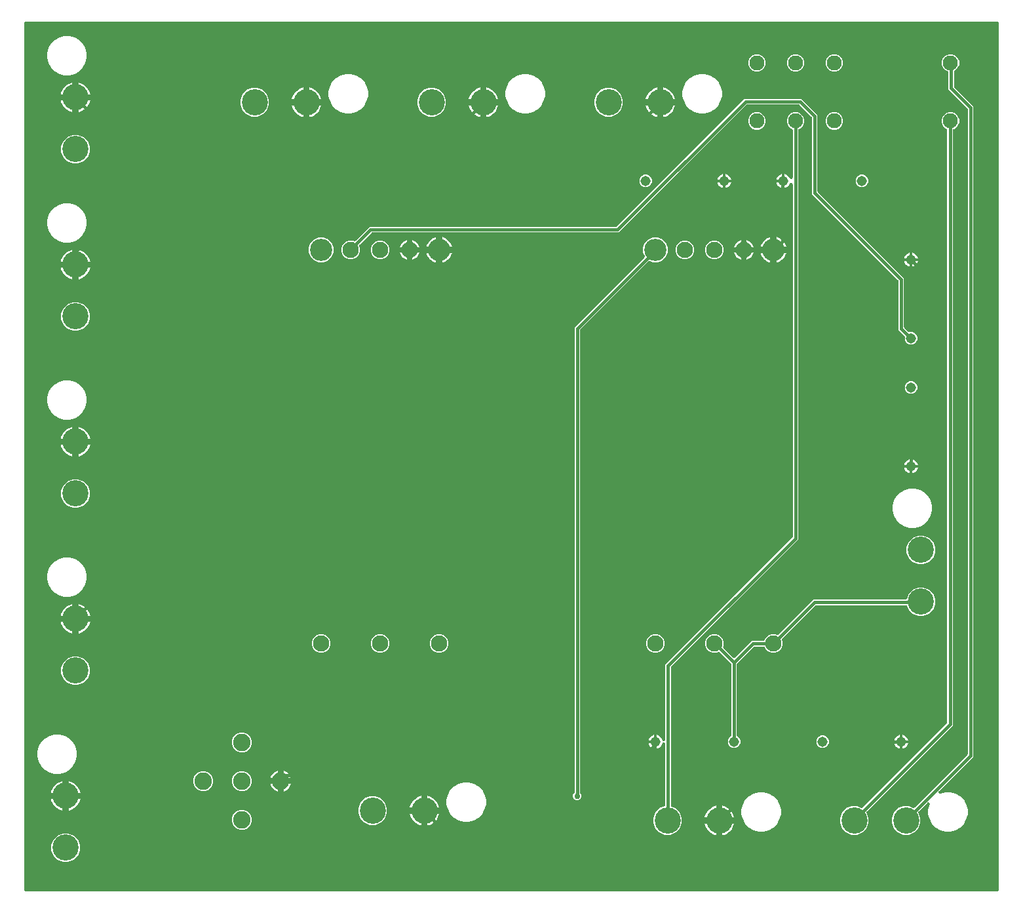
<source format=gbl>
G04 EAGLE Gerber RS-274X export*
G04 #@! %TF.Part,Single*
G04 #@! %TF.FileFunction,Other,Bottom Copper*
G04 #@! %TF.FilePolarity,Positive*
G04 #@! %TF.GenerationSoftware,Autodesk,EAGLE,9.5.2*
G04 #@! %TF.CreationDate,2020-01-10T22:13:51Z*
G75*
%MOIN*%
%FSLAX34Y34*%
%LPD*%
%INBottom Copper*%
%IPPOS*%
%AMOC8*
5,1,8,0,0,1.08239X$1,22.5*%
G01*
%ADD10C,0.132874*%
%ADD11C,0.076772*%
%ADD12C,0.082677*%
%ADD13C,0.112795*%
%ADD14C,0.051496*%
%ADD15C,0.088583*%
%ADD16C,0.015748*%
%ADD17C,0.029780*%

G36*
X50893Y29901D02*
X50893Y29901D01*
X50894Y29901D01*
X50901Y29902D01*
X50907Y29902D01*
X50908Y29903D01*
X50910Y29903D01*
X50916Y29905D01*
X50922Y29907D01*
X50923Y29908D01*
X50925Y29908D01*
X50930Y29911D01*
X50936Y29915D01*
X50937Y29915D01*
X50938Y29916D01*
X50943Y29921D01*
X50948Y29925D01*
X50948Y29926D01*
X50950Y29927D01*
X50953Y29932D01*
X50957Y29937D01*
X50958Y29938D01*
X50959Y29939D01*
X50961Y29945D01*
X50964Y29951D01*
X50965Y29952D01*
X50965Y29954D01*
X50967Y29960D01*
X50968Y29966D01*
X50968Y29968D01*
X50969Y29969D01*
X50969Y29979D01*
X50969Y74017D01*
X50969Y74019D01*
X50969Y74020D01*
X50968Y74027D01*
X50968Y74033D01*
X50967Y74034D01*
X50967Y74036D01*
X50965Y74042D01*
X50963Y74048D01*
X50962Y74049D01*
X50962Y74051D01*
X50959Y74056D01*
X50956Y74062D01*
X50955Y74063D01*
X50954Y74064D01*
X50950Y74069D01*
X50945Y74073D01*
X50944Y74074D01*
X50943Y74075D01*
X50938Y74079D01*
X50933Y74083D01*
X50932Y74084D01*
X50931Y74085D01*
X50925Y74087D01*
X50919Y74090D01*
X50918Y74091D01*
X50916Y74091D01*
X50910Y74093D01*
X50904Y74094D01*
X50903Y74094D01*
X50901Y74095D01*
X50891Y74095D01*
X1479Y74095D01*
X1477Y74095D01*
X1476Y74095D01*
X1470Y74094D01*
X1463Y74094D01*
X1462Y74093D01*
X1460Y74093D01*
X1454Y74091D01*
X1448Y74089D01*
X1447Y74088D01*
X1446Y74088D01*
X1440Y74085D01*
X1435Y74082D01*
X1433Y74081D01*
X1432Y74080D01*
X1427Y74076D01*
X1423Y74071D01*
X1422Y74070D01*
X1421Y74069D01*
X1417Y74064D01*
X1413Y74059D01*
X1412Y74058D01*
X1411Y74057D01*
X1409Y74051D01*
X1406Y74045D01*
X1405Y74044D01*
X1405Y74042D01*
X1403Y74036D01*
X1402Y74030D01*
X1402Y74029D01*
X1401Y74027D01*
X1401Y74017D01*
X1401Y29979D01*
X1401Y29977D01*
X1401Y29976D01*
X1402Y29969D01*
X1402Y29963D01*
X1403Y29962D01*
X1403Y29960D01*
X1405Y29954D01*
X1407Y29948D01*
X1408Y29947D01*
X1408Y29946D01*
X1411Y29940D01*
X1415Y29935D01*
X1415Y29933D01*
X1416Y29932D01*
X1421Y29927D01*
X1425Y29923D01*
X1426Y29922D01*
X1427Y29921D01*
X1432Y29917D01*
X1437Y29913D01*
X1438Y29912D01*
X1439Y29911D01*
X1445Y29909D01*
X1451Y29906D01*
X1452Y29905D01*
X1454Y29905D01*
X1460Y29903D01*
X1466Y29902D01*
X1468Y29902D01*
X1469Y29901D01*
X1479Y29901D01*
X50891Y29901D01*
X50893Y29901D01*
G37*
%LPC*%
G36*
X46108Y32775D02*
X46108Y32775D01*
X45841Y32885D01*
X45637Y33089D01*
X45527Y33356D01*
X45527Y33644D01*
X45637Y33911D01*
X45841Y34115D01*
X46108Y34225D01*
X46396Y34225D01*
X46597Y34142D01*
X46598Y34142D01*
X46600Y34141D01*
X46606Y34139D01*
X46612Y34138D01*
X46614Y34137D01*
X46615Y34137D01*
X46621Y34137D01*
X46627Y34136D01*
X46629Y34136D01*
X46631Y34136D01*
X46637Y34137D01*
X46643Y34138D01*
X46645Y34138D01*
X46646Y34139D01*
X46652Y34141D01*
X46658Y34143D01*
X46659Y34144D01*
X46661Y34144D01*
X46666Y34147D01*
X46671Y34150D01*
X46673Y34152D01*
X46674Y34152D01*
X46682Y34159D01*
X49358Y36835D01*
X49359Y36837D01*
X49361Y36838D01*
X49364Y36843D01*
X49368Y36847D01*
X49369Y36849D01*
X49370Y36851D01*
X49372Y36856D01*
X49375Y36861D01*
X49375Y36863D01*
X49376Y36865D01*
X49378Y36871D01*
X49379Y36876D01*
X49379Y36878D01*
X49380Y36880D01*
X49381Y36890D01*
X49381Y69650D01*
X49380Y69652D01*
X49380Y69654D01*
X49380Y69660D01*
X49379Y69665D01*
X49378Y69668D01*
X49378Y69670D01*
X49376Y69675D01*
X49374Y69680D01*
X49373Y69682D01*
X49372Y69684D01*
X49369Y69689D01*
X49367Y69694D01*
X49365Y69696D01*
X49364Y69698D01*
X49358Y69705D01*
X48401Y70662D01*
X48401Y71508D01*
X48400Y71510D01*
X48400Y71512D01*
X48400Y71517D01*
X48399Y71523D01*
X48398Y71525D01*
X48398Y71527D01*
X48396Y71533D01*
X48394Y71538D01*
X48393Y71540D01*
X48393Y71542D01*
X48390Y71547D01*
X48387Y71552D01*
X48386Y71553D01*
X48385Y71555D01*
X48381Y71559D01*
X48377Y71564D01*
X48375Y71565D01*
X48374Y71567D01*
X48369Y71570D01*
X48364Y71574D01*
X48363Y71575D01*
X48361Y71576D01*
X48352Y71580D01*
X48248Y71623D01*
X48123Y71748D01*
X48055Y71912D01*
X48055Y72088D01*
X48123Y72252D01*
X48248Y72377D01*
X48412Y72445D01*
X48588Y72445D01*
X48752Y72377D01*
X48877Y72252D01*
X48945Y72088D01*
X48945Y71912D01*
X48877Y71748D01*
X48752Y71623D01*
X48728Y71613D01*
X48726Y71612D01*
X48724Y71612D01*
X48719Y71608D01*
X48714Y71606D01*
X48712Y71604D01*
X48711Y71604D01*
X48706Y71599D01*
X48702Y71596D01*
X48701Y71594D01*
X48699Y71593D01*
X48696Y71588D01*
X48692Y71583D01*
X48691Y71582D01*
X48690Y71580D01*
X48688Y71575D01*
X48685Y71569D01*
X48684Y71568D01*
X48684Y71566D01*
X48682Y71560D01*
X48681Y71554D01*
X48681Y71553D01*
X48680Y71551D01*
X48679Y71541D01*
X48679Y70810D01*
X48680Y70808D01*
X48680Y70806D01*
X48680Y70800D01*
X48681Y70795D01*
X48682Y70792D01*
X48682Y70790D01*
X48684Y70785D01*
X48686Y70780D01*
X48687Y70778D01*
X48688Y70776D01*
X48691Y70771D01*
X48693Y70766D01*
X48695Y70764D01*
X48696Y70762D01*
X48702Y70755D01*
X49659Y69798D01*
X49659Y36742D01*
X47913Y34996D01*
X47911Y34993D01*
X47909Y34991D01*
X47906Y34987D01*
X47903Y34983D01*
X47901Y34981D01*
X47900Y34978D01*
X47898Y34974D01*
X47896Y34970D01*
X47895Y34967D01*
X47894Y34964D01*
X47893Y34959D01*
X47891Y34955D01*
X47891Y34951D01*
X47890Y34948D01*
X47890Y34944D01*
X47890Y34939D01*
X47890Y34936D01*
X47890Y34933D01*
X47891Y34928D01*
X47892Y34923D01*
X47893Y34920D01*
X47893Y34917D01*
X47895Y34913D01*
X47897Y34909D01*
X47898Y34906D01*
X47900Y34903D01*
X47902Y34899D01*
X47905Y34895D01*
X47907Y34893D01*
X47908Y34890D01*
X47912Y34887D01*
X47915Y34883D01*
X47917Y34881D01*
X47920Y34879D01*
X47924Y34877D01*
X47927Y34874D01*
X47930Y34872D01*
X47933Y34871D01*
X47937Y34869D01*
X47942Y34867D01*
X47945Y34866D01*
X47947Y34865D01*
X47952Y34864D01*
X47957Y34863D01*
X47960Y34863D01*
X47963Y34863D01*
X47968Y34863D01*
X47972Y34863D01*
X47975Y34863D01*
X47979Y34863D01*
X47987Y34865D01*
X47988Y34865D01*
X48246Y34934D01*
X48510Y34934D01*
X48764Y34866D01*
X48993Y34734D01*
X49179Y34548D01*
X49311Y34319D01*
X49379Y34065D01*
X49379Y33801D01*
X49311Y33547D01*
X49179Y33318D01*
X48993Y33132D01*
X48764Y33000D01*
X48510Y32932D01*
X48246Y32932D01*
X47992Y33000D01*
X47763Y33132D01*
X47577Y33318D01*
X47445Y33547D01*
X47377Y33801D01*
X47377Y34065D01*
X47446Y34323D01*
X47446Y34326D01*
X47447Y34329D01*
X47448Y34334D01*
X47448Y34338D01*
X47448Y34341D01*
X47449Y34345D01*
X47448Y34349D01*
X47448Y34354D01*
X47447Y34357D01*
X47447Y34360D01*
X47445Y34365D01*
X47444Y34369D01*
X47443Y34372D01*
X47442Y34375D01*
X47439Y34379D01*
X47437Y34383D01*
X47436Y34386D01*
X47434Y34388D01*
X47431Y34392D01*
X47428Y34396D01*
X47426Y34398D01*
X47424Y34400D01*
X47420Y34403D01*
X47416Y34406D01*
X47414Y34408D01*
X47411Y34410D01*
X47407Y34412D01*
X47403Y34414D01*
X47400Y34415D01*
X47397Y34416D01*
X47392Y34418D01*
X47388Y34419D01*
X47385Y34419D01*
X47382Y34420D01*
X47377Y34420D01*
X47372Y34421D01*
X47369Y34421D01*
X47366Y34421D01*
X47362Y34420D01*
X47357Y34420D01*
X47354Y34419D01*
X47351Y34418D01*
X47346Y34417D01*
X47342Y34416D01*
X47339Y34414D01*
X47336Y34413D01*
X47332Y34410D01*
X47328Y34408D01*
X47325Y34406D01*
X47323Y34405D01*
X47316Y34399D01*
X47316Y34398D01*
X47315Y34398D01*
X46892Y33975D01*
X46891Y33974D01*
X46890Y33972D01*
X46886Y33967D01*
X46882Y33963D01*
X46881Y33961D01*
X46880Y33960D01*
X46878Y33954D01*
X46875Y33949D01*
X46875Y33947D01*
X46874Y33946D01*
X46872Y33940D01*
X46871Y33934D01*
X46871Y33932D01*
X46870Y33930D01*
X46870Y33924D01*
X46869Y33918D01*
X46870Y33917D01*
X46870Y33915D01*
X46871Y33909D01*
X46871Y33903D01*
X46872Y33901D01*
X46872Y33899D01*
X46875Y33890D01*
X46977Y33644D01*
X46977Y33356D01*
X46867Y33089D01*
X46663Y32885D01*
X46396Y32775D01*
X46108Y32775D01*
G37*
%LPD*%
%LPC*%
G36*
X33970Y32775D02*
X33970Y32775D01*
X33703Y32885D01*
X33499Y33089D01*
X33389Y33356D01*
X33389Y33644D01*
X33499Y33911D01*
X33703Y34115D01*
X33952Y34218D01*
X33954Y34219D01*
X33956Y34219D01*
X33961Y34222D01*
X33966Y34225D01*
X33968Y34226D01*
X33969Y34227D01*
X33974Y34231D01*
X33978Y34235D01*
X33979Y34237D01*
X33981Y34238D01*
X33984Y34243D01*
X33988Y34247D01*
X33989Y34249D01*
X33990Y34251D01*
X33992Y34256D01*
X33995Y34261D01*
X33996Y34263D01*
X33996Y34265D01*
X33998Y34271D01*
X33999Y34276D01*
X33999Y34278D01*
X34000Y34280D01*
X34001Y34290D01*
X34001Y37389D01*
X34000Y37390D01*
X34000Y37391D01*
X34000Y37393D01*
X34000Y37396D01*
X33999Y37400D01*
X33999Y37404D01*
X33998Y37408D01*
X33997Y37411D01*
X33996Y37415D01*
X33994Y37419D01*
X33993Y37422D01*
X33991Y37425D01*
X33989Y37429D01*
X33987Y37433D01*
X33985Y37436D01*
X33983Y37438D01*
X33979Y37442D01*
X33977Y37445D01*
X33974Y37447D01*
X33971Y37449D01*
X33968Y37452D01*
X33964Y37455D01*
X33961Y37456D01*
X33958Y37458D01*
X33954Y37460D01*
X33950Y37462D01*
X33947Y37463D01*
X33944Y37464D01*
X33939Y37465D01*
X33935Y37466D01*
X33932Y37466D01*
X33928Y37467D01*
X33924Y37466D01*
X33920Y37467D01*
X33916Y37466D01*
X33913Y37466D01*
X33908Y37465D01*
X33904Y37465D01*
X33901Y37463D01*
X33898Y37463D01*
X33893Y37461D01*
X33889Y37459D01*
X33886Y37458D01*
X33883Y37456D01*
X33880Y37454D01*
X33876Y37451D01*
X33873Y37449D01*
X33871Y37447D01*
X33868Y37444D01*
X33864Y37441D01*
X33862Y37438D01*
X33860Y37435D01*
X33858Y37432D01*
X33855Y37428D01*
X33854Y37425D01*
X33852Y37422D01*
X33850Y37416D01*
X33849Y37416D01*
X33849Y37415D01*
X33849Y37414D01*
X33849Y37413D01*
X33848Y37413D01*
X33832Y37362D01*
X33806Y37312D01*
X33773Y37267D01*
X33733Y37227D01*
X33688Y37194D01*
X33638Y37168D01*
X33584Y37151D01*
X33578Y37150D01*
X33578Y37500D01*
X33578Y37850D01*
X33584Y37849D01*
X33638Y37832D01*
X33688Y37806D01*
X33733Y37773D01*
X33773Y37733D01*
X33806Y37688D01*
X33832Y37638D01*
X33848Y37587D01*
X33850Y37584D01*
X33851Y37581D01*
X33853Y37577D01*
X33855Y37573D01*
X33857Y37570D01*
X33858Y37567D01*
X33861Y37564D01*
X33864Y37560D01*
X33866Y37558D01*
X33868Y37555D01*
X33872Y37552D01*
X33875Y37549D01*
X33878Y37548D01*
X33881Y37545D01*
X33885Y37543D01*
X33888Y37541D01*
X33892Y37540D01*
X33895Y37538D01*
X33899Y37537D01*
X33903Y37536D01*
X33907Y37535D01*
X33910Y37534D01*
X33914Y37534D01*
X33919Y37533D01*
X33922Y37534D01*
X33925Y37533D01*
X33930Y37534D01*
X33934Y37534D01*
X33938Y37535D01*
X33941Y37535D01*
X33945Y37537D01*
X33949Y37538D01*
X33952Y37540D01*
X33956Y37541D01*
X33959Y37543D01*
X33963Y37545D01*
X33966Y37547D01*
X33969Y37549D01*
X33972Y37552D01*
X33976Y37554D01*
X33978Y37557D01*
X33981Y37559D01*
X33983Y37563D01*
X33986Y37566D01*
X33988Y37569D01*
X33990Y37572D01*
X33992Y37576D01*
X33994Y37580D01*
X33995Y37583D01*
X33996Y37586D01*
X33997Y37591D01*
X33999Y37595D01*
X33999Y37598D01*
X34000Y37601D01*
X34000Y37609D01*
X34001Y37610D01*
X34000Y37611D01*
X34001Y37611D01*
X34001Y41418D01*
X40458Y47875D01*
X40459Y47877D01*
X40461Y47878D01*
X40464Y47883D01*
X40468Y47887D01*
X40469Y47889D01*
X40470Y47891D01*
X40472Y47896D01*
X40475Y47901D01*
X40475Y47903D01*
X40476Y47905D01*
X40478Y47911D01*
X40479Y47916D01*
X40479Y47918D01*
X40480Y47920D01*
X40481Y47930D01*
X40481Y65829D01*
X40480Y65834D01*
X40480Y65839D01*
X40479Y65842D01*
X40479Y65845D01*
X40477Y65850D01*
X40476Y65855D01*
X40475Y65857D01*
X40474Y65860D01*
X40472Y65864D01*
X40470Y65869D01*
X40468Y65871D01*
X40467Y65873D01*
X40463Y65877D01*
X40460Y65881D01*
X40458Y65883D01*
X40457Y65885D01*
X40453Y65888D01*
X40449Y65892D01*
X40446Y65893D01*
X40444Y65895D01*
X40440Y65897D01*
X40435Y65900D01*
X40433Y65901D01*
X40430Y65902D01*
X40425Y65903D01*
X40420Y65905D01*
X40418Y65905D01*
X40415Y65906D01*
X40410Y65906D01*
X40405Y65907D01*
X40402Y65907D01*
X40400Y65907D01*
X40394Y65906D01*
X40389Y65906D01*
X40387Y65905D01*
X40384Y65905D01*
X40379Y65903D01*
X40374Y65902D01*
X40372Y65901D01*
X40369Y65900D01*
X40365Y65897D01*
X40360Y65895D01*
X40358Y65893D01*
X40356Y65892D01*
X40352Y65888D01*
X40348Y65885D01*
X40346Y65883D01*
X40344Y65881D01*
X40341Y65877D01*
X40338Y65873D01*
X40336Y65870D01*
X40335Y65868D01*
X40335Y65867D01*
X40333Y65865D01*
X40306Y65812D01*
X40273Y65767D01*
X40233Y65727D01*
X40188Y65694D01*
X40138Y65668D01*
X40084Y65651D01*
X40078Y65650D01*
X40078Y66000D01*
X40078Y66350D01*
X40084Y66349D01*
X40138Y66332D01*
X40188Y66306D01*
X40233Y66273D01*
X40273Y66233D01*
X40306Y66188D01*
X40333Y66135D01*
X40336Y66131D01*
X40338Y66127D01*
X40340Y66125D01*
X40341Y66122D01*
X40345Y66119D01*
X40348Y66115D01*
X40351Y66113D01*
X40352Y66111D01*
X40357Y66108D01*
X40361Y66105D01*
X40363Y66104D01*
X40365Y66102D01*
X40370Y66100D01*
X40375Y66098D01*
X40377Y66097D01*
X40380Y66096D01*
X40385Y66095D01*
X40390Y66094D01*
X40393Y66094D01*
X40395Y66093D01*
X40400Y66093D01*
X40405Y66093D01*
X40408Y66093D01*
X40411Y66093D01*
X40416Y66094D01*
X40421Y66095D01*
X40423Y66096D01*
X40426Y66097D01*
X40431Y66099D01*
X40436Y66100D01*
X40438Y66102D01*
X40441Y66103D01*
X40445Y66106D01*
X40449Y66108D01*
X40451Y66110D01*
X40453Y66112D01*
X40457Y66115D01*
X40461Y66119D01*
X40462Y66121D01*
X40464Y66123D01*
X40467Y66127D01*
X40470Y66132D01*
X40471Y66134D01*
X40472Y66136D01*
X40474Y66141D01*
X40476Y66146D01*
X40477Y66148D01*
X40478Y66151D01*
X40479Y66156D01*
X40480Y66161D01*
X40480Y66165D01*
X40480Y66166D01*
X40480Y66168D01*
X40481Y66171D01*
X40481Y68574D01*
X40480Y68576D01*
X40480Y68578D01*
X40480Y68584D01*
X40479Y68590D01*
X40478Y68591D01*
X40478Y68593D01*
X40476Y68599D01*
X40474Y68605D01*
X40473Y68606D01*
X40473Y68608D01*
X40470Y68613D01*
X40467Y68618D01*
X40466Y68620D01*
X40465Y68621D01*
X40461Y68626D01*
X40457Y68630D01*
X40455Y68631D01*
X40454Y68633D01*
X40449Y68636D01*
X40444Y68640D01*
X40443Y68641D01*
X40441Y68642D01*
X40432Y68646D01*
X40374Y68670D01*
X40249Y68795D01*
X40181Y68959D01*
X40181Y69136D01*
X40249Y69299D01*
X40374Y69424D01*
X40538Y69492D01*
X40714Y69492D01*
X40878Y69424D01*
X41003Y69299D01*
X41071Y69136D01*
X41071Y68959D01*
X41003Y68795D01*
X40878Y68670D01*
X40808Y68641D01*
X40806Y68640D01*
X40804Y68640D01*
X40799Y68637D01*
X40794Y68634D01*
X40792Y68633D01*
X40791Y68632D01*
X40786Y68628D01*
X40782Y68624D01*
X40781Y68622D01*
X40779Y68621D01*
X40776Y68616D01*
X40772Y68612D01*
X40771Y68610D01*
X40770Y68608D01*
X40768Y68603D01*
X40765Y68598D01*
X40764Y68596D01*
X40764Y68594D01*
X40762Y68588D01*
X40761Y68583D01*
X40761Y68581D01*
X40760Y68579D01*
X40759Y68569D01*
X40759Y47782D01*
X34302Y41325D01*
X34301Y41323D01*
X34299Y41322D01*
X34296Y41317D01*
X34292Y41313D01*
X34291Y41311D01*
X34290Y41309D01*
X34288Y41304D01*
X34285Y41299D01*
X34285Y41297D01*
X34284Y41295D01*
X34282Y41289D01*
X34281Y41284D01*
X34281Y41282D01*
X34280Y41280D01*
X34279Y41270D01*
X34279Y34268D01*
X34280Y34267D01*
X34280Y34265D01*
X34280Y34259D01*
X34281Y34253D01*
X34282Y34251D01*
X34282Y34249D01*
X34284Y34244D01*
X34286Y34238D01*
X34287Y34236D01*
X34287Y34235D01*
X34290Y34230D01*
X34293Y34224D01*
X34294Y34223D01*
X34295Y34221D01*
X34299Y34217D01*
X34303Y34212D01*
X34305Y34211D01*
X34306Y34210D01*
X34311Y34206D01*
X34316Y34203D01*
X34317Y34202D01*
X34319Y34201D01*
X34328Y34196D01*
X34525Y34115D01*
X34729Y33911D01*
X34839Y33644D01*
X34839Y33356D01*
X34729Y33089D01*
X34525Y32885D01*
X34258Y32775D01*
X33970Y32775D01*
G37*
%LPD*%
%LPC*%
G36*
X43470Y32775D02*
X43470Y32775D01*
X43203Y32885D01*
X42999Y33089D01*
X42889Y33356D01*
X42889Y33644D01*
X42999Y33911D01*
X43203Y34115D01*
X43470Y34225D01*
X43758Y34225D01*
X43957Y34143D01*
X43959Y34142D01*
X43961Y34141D01*
X43967Y34140D01*
X43972Y34138D01*
X43974Y34138D01*
X43976Y34138D01*
X43982Y34137D01*
X43988Y34137D01*
X43990Y34137D01*
X43992Y34137D01*
X43998Y34138D01*
X44003Y34138D01*
X44005Y34139D01*
X44007Y34139D01*
X44013Y34141D01*
X44018Y34143D01*
X44020Y34144D01*
X44022Y34145D01*
X44027Y34148D01*
X44032Y34151D01*
X44033Y34152D01*
X44035Y34153D01*
X44042Y34160D01*
X48318Y38435D01*
X48319Y38437D01*
X48321Y38438D01*
X48324Y38443D01*
X48328Y38447D01*
X48329Y38449D01*
X48330Y38451D01*
X48332Y38456D01*
X48335Y38461D01*
X48335Y38463D01*
X48336Y38465D01*
X48338Y38471D01*
X48339Y38476D01*
X48339Y38478D01*
X48340Y38480D01*
X48341Y38490D01*
X48341Y68580D01*
X48340Y68582D01*
X48340Y68584D01*
X48340Y68590D01*
X48339Y68596D01*
X48338Y68597D01*
X48338Y68599D01*
X48336Y68605D01*
X48334Y68610D01*
X48333Y68612D01*
X48333Y68614D01*
X48330Y68619D01*
X48327Y68624D01*
X48326Y68626D01*
X48325Y68627D01*
X48321Y68632D01*
X48317Y68636D01*
X48315Y68637D01*
X48314Y68639D01*
X48309Y68642D01*
X48304Y68646D01*
X48303Y68647D01*
X48301Y68648D01*
X48292Y68652D01*
X48248Y68670D01*
X48123Y68795D01*
X48055Y68959D01*
X48055Y69136D01*
X48123Y69299D01*
X48248Y69424D01*
X48412Y69492D01*
X48588Y69492D01*
X48752Y69424D01*
X48877Y69299D01*
X48945Y69136D01*
X48945Y68959D01*
X48877Y68795D01*
X48752Y68670D01*
X48668Y68635D01*
X48666Y68635D01*
X48664Y68634D01*
X48659Y68631D01*
X48654Y68628D01*
X48652Y68627D01*
X48651Y68626D01*
X48646Y68622D01*
X48642Y68618D01*
X48641Y68617D01*
X48639Y68615D01*
X48636Y68610D01*
X48632Y68606D01*
X48631Y68604D01*
X48630Y68603D01*
X48628Y68597D01*
X48625Y68592D01*
X48624Y68590D01*
X48624Y68588D01*
X48622Y68583D01*
X48621Y68577D01*
X48621Y68575D01*
X48620Y68573D01*
X48619Y68563D01*
X48619Y38342D01*
X44254Y33977D01*
X44253Y33975D01*
X44251Y33974D01*
X44248Y33969D01*
X44244Y33964D01*
X44243Y33963D01*
X44242Y33961D01*
X44239Y33956D01*
X44237Y33951D01*
X44236Y33949D01*
X44235Y33947D01*
X44234Y33941D01*
X44232Y33935D01*
X44232Y33934D01*
X44232Y33932D01*
X44231Y33926D01*
X44231Y33920D01*
X44231Y33918D01*
X44231Y33916D01*
X44232Y33910D01*
X44233Y33904D01*
X44233Y33903D01*
X44234Y33901D01*
X44237Y33892D01*
X44339Y33644D01*
X44339Y33356D01*
X44229Y33089D01*
X44025Y32885D01*
X43758Y32775D01*
X43470Y32775D01*
G37*
%LPD*%
%LPC*%
G36*
X46437Y57682D02*
X46437Y57682D01*
X46320Y57730D01*
X46230Y57820D01*
X46182Y57937D01*
X46182Y58066D01*
X46183Y58071D01*
X46183Y58073D01*
X46184Y58075D01*
X46184Y58081D01*
X46185Y58087D01*
X46184Y58088D01*
X46185Y58090D01*
X46184Y58096D01*
X46183Y58102D01*
X46182Y58104D01*
X46182Y58106D01*
X46180Y58111D01*
X46178Y58117D01*
X46177Y58119D01*
X46177Y58120D01*
X46173Y58125D01*
X46170Y58131D01*
X46169Y58132D01*
X46168Y58134D01*
X46162Y58141D01*
X45861Y58442D01*
X45861Y60910D01*
X45860Y60912D01*
X45860Y60914D01*
X45860Y60920D01*
X45859Y60925D01*
X45858Y60928D01*
X45858Y60930D01*
X45856Y60935D01*
X45854Y60940D01*
X45853Y60942D01*
X45852Y60944D01*
X45849Y60949D01*
X45847Y60954D01*
X45845Y60956D01*
X45844Y60958D01*
X45838Y60965D01*
X41461Y65342D01*
X41461Y69210D01*
X41460Y69212D01*
X41460Y69214D01*
X41460Y69220D01*
X41459Y69225D01*
X41458Y69228D01*
X41458Y69230D01*
X41456Y69235D01*
X41454Y69240D01*
X41453Y69242D01*
X41452Y69244D01*
X41449Y69249D01*
X41447Y69254D01*
X41445Y69256D01*
X41444Y69258D01*
X41438Y69265D01*
X40825Y69878D01*
X40823Y69879D01*
X40822Y69881D01*
X40817Y69884D01*
X40813Y69888D01*
X40811Y69889D01*
X40809Y69890D01*
X40804Y69892D01*
X40799Y69895D01*
X40797Y69895D01*
X40795Y69896D01*
X40789Y69898D01*
X40784Y69899D01*
X40782Y69899D01*
X40780Y69900D01*
X40770Y69901D01*
X38170Y69901D01*
X38168Y69900D01*
X38166Y69900D01*
X38160Y69900D01*
X38155Y69899D01*
X38152Y69898D01*
X38150Y69898D01*
X38145Y69896D01*
X38140Y69894D01*
X38138Y69893D01*
X38136Y69892D01*
X38131Y69889D01*
X38126Y69887D01*
X38124Y69885D01*
X38122Y69884D01*
X38115Y69878D01*
X31628Y63391D01*
X19100Y63391D01*
X19098Y63390D01*
X19096Y63390D01*
X19090Y63390D01*
X19085Y63389D01*
X19082Y63388D01*
X19080Y63388D01*
X19075Y63386D01*
X19070Y63384D01*
X19068Y63383D01*
X19066Y63382D01*
X19061Y63379D01*
X19056Y63377D01*
X19054Y63375D01*
X19052Y63374D01*
X19045Y63368D01*
X18452Y62774D01*
X18450Y62773D01*
X18449Y62772D01*
X18446Y62767D01*
X18442Y62762D01*
X18441Y62761D01*
X18440Y62759D01*
X18437Y62754D01*
X18434Y62748D01*
X18434Y62747D01*
X18433Y62745D01*
X18432Y62739D01*
X18430Y62733D01*
X18430Y62732D01*
X18430Y62730D01*
X18429Y62724D01*
X18429Y62718D01*
X18429Y62716D01*
X18429Y62714D01*
X18430Y62708D01*
X18431Y62702D01*
X18431Y62700D01*
X18432Y62699D01*
X18435Y62689D01*
X18474Y62594D01*
X18474Y62406D01*
X18402Y62231D01*
X18269Y62098D01*
X18094Y62026D01*
X17906Y62026D01*
X17731Y62098D01*
X17598Y62231D01*
X17526Y62406D01*
X17526Y62594D01*
X17598Y62769D01*
X17731Y62902D01*
X17906Y62974D01*
X18094Y62974D01*
X18161Y62946D01*
X18163Y62946D01*
X18165Y62945D01*
X18170Y62944D01*
X18176Y62942D01*
X18178Y62942D01*
X18180Y62941D01*
X18186Y62941D01*
X18192Y62941D01*
X18194Y62941D01*
X18195Y62941D01*
X18201Y62942D01*
X18207Y62942D01*
X18209Y62943D01*
X18211Y62943D01*
X18216Y62945D01*
X18222Y62947D01*
X18224Y62948D01*
X18225Y62949D01*
X18231Y62952D01*
X18236Y62955D01*
X18237Y62956D01*
X18239Y62957D01*
X18246Y62963D01*
X18952Y63669D01*
X31480Y63669D01*
X31482Y63670D01*
X31484Y63670D01*
X31490Y63670D01*
X31495Y63671D01*
X31498Y63672D01*
X31500Y63672D01*
X31505Y63674D01*
X31510Y63676D01*
X31512Y63677D01*
X31514Y63678D01*
X31519Y63681D01*
X31524Y63683D01*
X31526Y63685D01*
X31528Y63686D01*
X31535Y63692D01*
X38022Y70179D01*
X40918Y70179D01*
X41739Y69358D01*
X41739Y65490D01*
X41740Y65488D01*
X41740Y65486D01*
X41740Y65480D01*
X41741Y65475D01*
X41742Y65472D01*
X41742Y65470D01*
X41744Y65465D01*
X41746Y65460D01*
X41747Y65458D01*
X41748Y65456D01*
X41751Y65451D01*
X41753Y65446D01*
X41755Y65444D01*
X41756Y65442D01*
X41762Y65435D01*
X46139Y61058D01*
X46139Y58590D01*
X46140Y58588D01*
X46140Y58586D01*
X46140Y58580D01*
X46141Y58575D01*
X46142Y58572D01*
X46142Y58570D01*
X46144Y58565D01*
X46146Y58560D01*
X46147Y58558D01*
X46148Y58556D01*
X46151Y58551D01*
X46153Y58546D01*
X46155Y58544D01*
X46156Y58542D01*
X46162Y58535D01*
X46359Y58338D01*
X46361Y58337D01*
X46362Y58336D01*
X46367Y58332D01*
X46371Y58328D01*
X46373Y58327D01*
X46374Y58326D01*
X46380Y58324D01*
X46385Y58321D01*
X46387Y58320D01*
X46388Y58320D01*
X46394Y58318D01*
X46400Y58317D01*
X46402Y58316D01*
X46404Y58316D01*
X46410Y58316D01*
X46416Y58315D01*
X46418Y58316D01*
X46419Y58316D01*
X46425Y58317D01*
X46431Y58317D01*
X46433Y58318D01*
X46435Y58318D01*
X46563Y58318D01*
X46680Y58270D01*
X46770Y58180D01*
X46818Y58063D01*
X46818Y57937D01*
X46770Y57820D01*
X46680Y57730D01*
X46563Y57682D01*
X46437Y57682D01*
G37*
%LPD*%
%LPC*%
G36*
X29478Y34530D02*
X29478Y34530D01*
X29401Y34562D01*
X29342Y34621D01*
X29310Y34698D01*
X29310Y34782D01*
X29342Y34859D01*
X29358Y34874D01*
X29359Y34876D01*
X29361Y34877D01*
X29364Y34882D01*
X29368Y34886D01*
X29369Y34888D01*
X29370Y34890D01*
X29372Y34895D01*
X29375Y34900D01*
X29375Y34902D01*
X29376Y34904D01*
X29378Y34910D01*
X29379Y34915D01*
X29379Y34917D01*
X29380Y34920D01*
X29381Y34929D01*
X29381Y58558D01*
X32933Y62110D01*
X32934Y62112D01*
X32936Y62113D01*
X32939Y62118D01*
X32943Y62122D01*
X32944Y62124D01*
X32945Y62126D01*
X32947Y62131D01*
X32950Y62136D01*
X32951Y62138D01*
X32952Y62140D01*
X32953Y62146D01*
X32955Y62151D01*
X32955Y62153D01*
X32955Y62155D01*
X32955Y62161D01*
X32956Y62167D01*
X32956Y62169D01*
X32956Y62171D01*
X32955Y62177D01*
X32954Y62183D01*
X32953Y62184D01*
X32953Y62186D01*
X32950Y62195D01*
X32875Y62376D01*
X32875Y62624D01*
X32970Y62854D01*
X33146Y63030D01*
X33376Y63125D01*
X33624Y63125D01*
X33854Y63030D01*
X34030Y62854D01*
X34125Y62624D01*
X34125Y62376D01*
X34030Y62146D01*
X33854Y61970D01*
X33624Y61875D01*
X33376Y61875D01*
X33224Y61938D01*
X33222Y61939D01*
X33220Y61940D01*
X33214Y61941D01*
X33209Y61943D01*
X33207Y61943D01*
X33205Y61943D01*
X33199Y61944D01*
X33193Y61944D01*
X33191Y61944D01*
X33189Y61944D01*
X33183Y61943D01*
X33177Y61942D01*
X33176Y61942D01*
X33174Y61942D01*
X33168Y61940D01*
X33163Y61938D01*
X33161Y61937D01*
X33159Y61936D01*
X33154Y61933D01*
X33149Y61930D01*
X33148Y61929D01*
X33146Y61928D01*
X33139Y61921D01*
X29682Y58465D01*
X29681Y58463D01*
X29679Y58462D01*
X29676Y58457D01*
X29672Y58453D01*
X29671Y58451D01*
X29670Y58449D01*
X29668Y58444D01*
X29665Y58439D01*
X29665Y58437D01*
X29664Y58435D01*
X29662Y58429D01*
X29661Y58424D01*
X29661Y58422D01*
X29660Y58420D01*
X29659Y58410D01*
X29659Y34929D01*
X29660Y34927D01*
X29660Y34925D01*
X29660Y34919D01*
X29661Y34914D01*
X29662Y34912D01*
X29662Y34909D01*
X29664Y34904D01*
X29666Y34899D01*
X29667Y34897D01*
X29668Y34895D01*
X29671Y34890D01*
X29673Y34885D01*
X29675Y34883D01*
X29676Y34882D01*
X29682Y34874D01*
X29698Y34859D01*
X29730Y34782D01*
X29730Y34698D01*
X29698Y34621D01*
X29639Y34562D01*
X29562Y34530D01*
X29478Y34530D01*
G37*
%LPD*%
%LPC*%
G36*
X37437Y37182D02*
X37437Y37182D01*
X37320Y37230D01*
X37230Y37320D01*
X37182Y37437D01*
X37182Y37563D01*
X37230Y37680D01*
X37322Y37772D01*
X37326Y37774D01*
X37328Y37775D01*
X37329Y37776D01*
X37334Y37780D01*
X37338Y37784D01*
X37339Y37786D01*
X37341Y37787D01*
X37344Y37792D01*
X37348Y37796D01*
X37349Y37798D01*
X37350Y37799D01*
X37352Y37805D01*
X37355Y37810D01*
X37356Y37812D01*
X37356Y37814D01*
X37358Y37820D01*
X37359Y37825D01*
X37359Y37827D01*
X37360Y37829D01*
X37361Y37839D01*
X37361Y41430D01*
X37360Y41432D01*
X37360Y41434D01*
X37360Y41440D01*
X37359Y41445D01*
X37358Y41448D01*
X37358Y41450D01*
X37356Y41455D01*
X37354Y41460D01*
X37353Y41462D01*
X37352Y41464D01*
X37349Y41469D01*
X37347Y41474D01*
X37345Y41476D01*
X37344Y41478D01*
X37338Y41485D01*
X36774Y42048D01*
X36773Y42050D01*
X36772Y42051D01*
X36767Y42054D01*
X36762Y42058D01*
X36761Y42059D01*
X36759Y42060D01*
X36754Y42063D01*
X36748Y42066D01*
X36747Y42066D01*
X36745Y42067D01*
X36739Y42068D01*
X36733Y42070D01*
X36732Y42070D01*
X36730Y42070D01*
X36724Y42071D01*
X36718Y42071D01*
X36716Y42071D01*
X36714Y42071D01*
X36708Y42070D01*
X36702Y42069D01*
X36700Y42069D01*
X36699Y42068D01*
X36689Y42065D01*
X36594Y42026D01*
X36406Y42026D01*
X36231Y42098D01*
X36098Y42231D01*
X36026Y42406D01*
X36026Y42594D01*
X36098Y42769D01*
X36231Y42902D01*
X36406Y42974D01*
X36594Y42974D01*
X36769Y42902D01*
X36902Y42769D01*
X36974Y42594D01*
X36974Y42406D01*
X36946Y42339D01*
X36946Y42337D01*
X36945Y42335D01*
X36944Y42330D01*
X36942Y42324D01*
X36942Y42322D01*
X36941Y42320D01*
X36941Y42314D01*
X36941Y42308D01*
X36941Y42306D01*
X36941Y42305D01*
X36942Y42299D01*
X36942Y42293D01*
X36943Y42291D01*
X36943Y42289D01*
X36945Y42284D01*
X36947Y42278D01*
X36948Y42276D01*
X36949Y42275D01*
X36952Y42269D01*
X36955Y42264D01*
X36956Y42263D01*
X36957Y42261D01*
X36963Y42254D01*
X37445Y41772D01*
X37446Y41771D01*
X37447Y41770D01*
X37452Y41767D01*
X37457Y41763D01*
X37458Y41762D01*
X37459Y41761D01*
X37465Y41758D01*
X37471Y41755D01*
X37472Y41755D01*
X37474Y41754D01*
X37480Y41753D01*
X37486Y41751D01*
X37487Y41751D01*
X37489Y41750D01*
X37495Y41750D01*
X37501Y41750D01*
X37503Y41750D01*
X37504Y41750D01*
X37511Y41751D01*
X37517Y41751D01*
X37518Y41752D01*
X37520Y41752D01*
X37526Y41754D01*
X37532Y41756D01*
X37533Y41757D01*
X37535Y41758D01*
X37540Y41761D01*
X37545Y41764D01*
X37547Y41765D01*
X37548Y41766D01*
X37555Y41772D01*
X38402Y42619D01*
X38984Y42619D01*
X38986Y42620D01*
X38988Y42620D01*
X38994Y42620D01*
X39000Y42621D01*
X39002Y42622D01*
X39003Y42622D01*
X39009Y42624D01*
X39015Y42626D01*
X39016Y42627D01*
X39018Y42627D01*
X39023Y42630D01*
X39028Y42633D01*
X39030Y42634D01*
X39031Y42635D01*
X39036Y42639D01*
X39040Y42643D01*
X39041Y42645D01*
X39043Y42646D01*
X39046Y42651D01*
X39050Y42656D01*
X39051Y42657D01*
X39052Y42659D01*
X39056Y42668D01*
X39098Y42769D01*
X39231Y42902D01*
X39406Y42974D01*
X39594Y42974D01*
X39675Y42941D01*
X39677Y42940D01*
X39679Y42939D01*
X39684Y42938D01*
X39690Y42936D01*
X39692Y42936D01*
X39694Y42935D01*
X39700Y42935D01*
X39706Y42935D01*
X39708Y42935D01*
X39709Y42935D01*
X39715Y42936D01*
X39721Y42936D01*
X39723Y42937D01*
X39725Y42937D01*
X39731Y42939D01*
X39736Y42941D01*
X39738Y42942D01*
X39740Y42943D01*
X39745Y42946D01*
X39750Y42949D01*
X39751Y42950D01*
X39753Y42951D01*
X39760Y42958D01*
X41522Y44719D01*
X46207Y44719D01*
X46208Y44720D01*
X46210Y44720D01*
X46216Y44720D01*
X46222Y44721D01*
X46224Y44722D01*
X46226Y44722D01*
X46231Y44724D01*
X46237Y44726D01*
X46239Y44727D01*
X46241Y44727D01*
X46246Y44730D01*
X46251Y44733D01*
X46252Y44734D01*
X46254Y44735D01*
X46258Y44739D01*
X46263Y44743D01*
X46264Y44745D01*
X46265Y44746D01*
X46269Y44751D01*
X46272Y44756D01*
X46273Y44757D01*
X46274Y44759D01*
X46279Y44768D01*
X46385Y45025D01*
X46589Y45229D01*
X46856Y45339D01*
X47144Y45339D01*
X47411Y45229D01*
X47615Y45025D01*
X47725Y44758D01*
X47725Y44470D01*
X47615Y44203D01*
X47411Y43999D01*
X47144Y43889D01*
X46856Y43889D01*
X46589Y43999D01*
X46385Y44203D01*
X46307Y44392D01*
X46306Y44394D01*
X46306Y44396D01*
X46302Y44401D01*
X46300Y44406D01*
X46298Y44408D01*
X46297Y44409D01*
X46293Y44414D01*
X46290Y44418D01*
X46288Y44419D01*
X46287Y44421D01*
X46282Y44424D01*
X46277Y44428D01*
X46276Y44429D01*
X46274Y44430D01*
X46269Y44432D01*
X46263Y44435D01*
X46262Y44436D01*
X46260Y44436D01*
X46254Y44438D01*
X46248Y44439D01*
X46247Y44439D01*
X46245Y44440D01*
X46235Y44441D01*
X41670Y44441D01*
X41668Y44440D01*
X41666Y44440D01*
X41660Y44440D01*
X41655Y44439D01*
X41652Y44438D01*
X41650Y44438D01*
X41645Y44436D01*
X41640Y44434D01*
X41638Y44433D01*
X41636Y44432D01*
X41631Y44429D01*
X41626Y44427D01*
X41624Y44425D01*
X41622Y44424D01*
X41615Y44418D01*
X39958Y42760D01*
X39956Y42759D01*
X39955Y42758D01*
X39951Y42753D01*
X39948Y42748D01*
X39947Y42746D01*
X39946Y42745D01*
X39943Y42740D01*
X39940Y42734D01*
X39940Y42733D01*
X39939Y42731D01*
X39938Y42725D01*
X39936Y42719D01*
X39936Y42717D01*
X39935Y42716D01*
X39935Y42710D01*
X39935Y42704D01*
X39935Y42702D01*
X39935Y42700D01*
X39936Y42694D01*
X39937Y42688D01*
X39937Y42686D01*
X39937Y42685D01*
X39941Y42675D01*
X39974Y42594D01*
X39974Y42406D01*
X39902Y42231D01*
X39769Y42098D01*
X39594Y42026D01*
X39406Y42026D01*
X39231Y42098D01*
X39098Y42231D01*
X39073Y42292D01*
X39072Y42294D01*
X39071Y42296D01*
X39068Y42301D01*
X39065Y42306D01*
X39064Y42308D01*
X39063Y42309D01*
X39059Y42314D01*
X39055Y42318D01*
X39054Y42319D01*
X39053Y42321D01*
X39048Y42324D01*
X39043Y42328D01*
X39042Y42329D01*
X39040Y42330D01*
X39035Y42332D01*
X39029Y42335D01*
X39027Y42336D01*
X39026Y42336D01*
X39020Y42338D01*
X39014Y42339D01*
X39012Y42339D01*
X39011Y42340D01*
X39001Y42341D01*
X38550Y42341D01*
X38548Y42340D01*
X38546Y42340D01*
X38540Y42340D01*
X38535Y42339D01*
X38532Y42338D01*
X38530Y42338D01*
X38525Y42336D01*
X38520Y42334D01*
X38518Y42333D01*
X38516Y42332D01*
X38511Y42329D01*
X38506Y42327D01*
X38504Y42325D01*
X38502Y42324D01*
X38495Y42318D01*
X37662Y41485D01*
X37661Y41483D01*
X37659Y41482D01*
X37656Y41477D01*
X37652Y41473D01*
X37651Y41471D01*
X37650Y41469D01*
X37648Y41464D01*
X37645Y41459D01*
X37645Y41457D01*
X37644Y41455D01*
X37642Y41449D01*
X37641Y41444D01*
X37641Y41442D01*
X37640Y41440D01*
X37639Y41430D01*
X37639Y37839D01*
X37640Y37837D01*
X37640Y37835D01*
X37640Y37829D01*
X37641Y37823D01*
X37642Y37821D01*
X37642Y37820D01*
X37644Y37814D01*
X37646Y37808D01*
X37647Y37807D01*
X37647Y37805D01*
X37650Y37800D01*
X37653Y37795D01*
X37654Y37793D01*
X37655Y37792D01*
X37659Y37787D01*
X37663Y37783D01*
X37665Y37781D01*
X37666Y37780D01*
X37671Y37777D01*
X37676Y37773D01*
X37677Y37772D01*
X37679Y37771D01*
X37770Y37680D01*
X37818Y37563D01*
X37818Y37437D01*
X37770Y37320D01*
X37680Y37230D01*
X37563Y37182D01*
X37437Y37182D01*
G37*
%LPD*%
%LPC*%
G36*
X3435Y71377D02*
X3435Y71377D01*
X3180Y71445D01*
X2952Y71577D01*
X2766Y71763D01*
X2634Y71992D01*
X2566Y72246D01*
X2566Y72510D01*
X2634Y72764D01*
X2766Y72993D01*
X2952Y73179D01*
X3180Y73311D01*
X3435Y73379D01*
X3699Y73379D01*
X3953Y73311D01*
X4182Y73179D01*
X4368Y72993D01*
X4500Y72764D01*
X4568Y72510D01*
X4568Y72246D01*
X4500Y71992D01*
X4368Y71763D01*
X4182Y71577D01*
X3953Y71445D01*
X3699Y71377D01*
X3435Y71377D01*
G37*
%LPD*%
%LPC*%
G36*
X3435Y44877D02*
X3435Y44877D01*
X3180Y44945D01*
X2952Y45077D01*
X2766Y45263D01*
X2634Y45492D01*
X2566Y45746D01*
X2566Y46010D01*
X2634Y46264D01*
X2766Y46493D01*
X2952Y46679D01*
X3180Y46811D01*
X3435Y46879D01*
X3699Y46879D01*
X3953Y46811D01*
X4182Y46679D01*
X4368Y46493D01*
X4500Y46264D01*
X4568Y46010D01*
X4568Y45746D01*
X4500Y45492D01*
X4368Y45263D01*
X4182Y45077D01*
X3953Y44945D01*
X3699Y44877D01*
X3435Y44877D01*
G37*
%LPD*%
%LPC*%
G36*
X35746Y69432D02*
X35746Y69432D01*
X35492Y69500D01*
X35263Y69632D01*
X35077Y69818D01*
X34945Y70047D01*
X34877Y70301D01*
X34877Y70565D01*
X34945Y70819D01*
X35077Y71048D01*
X35263Y71234D01*
X35492Y71366D01*
X35746Y71434D01*
X36010Y71434D01*
X36264Y71366D01*
X36493Y71234D01*
X36679Y71048D01*
X36811Y70819D01*
X36879Y70565D01*
X36879Y70301D01*
X36811Y70047D01*
X36679Y69818D01*
X36493Y69632D01*
X36264Y69500D01*
X36010Y69432D01*
X35746Y69432D01*
G37*
%LPD*%
%LPC*%
G36*
X26746Y69432D02*
X26746Y69432D01*
X26492Y69500D01*
X26263Y69632D01*
X26077Y69818D01*
X25945Y70047D01*
X25877Y70301D01*
X25877Y70565D01*
X25945Y70819D01*
X26077Y71048D01*
X26263Y71234D01*
X26492Y71366D01*
X26746Y71434D01*
X27010Y71434D01*
X27264Y71366D01*
X27493Y71234D01*
X27679Y71048D01*
X27811Y70819D01*
X27879Y70565D01*
X27879Y70301D01*
X27811Y70047D01*
X27679Y69818D01*
X27493Y69632D01*
X27264Y69500D01*
X27010Y69432D01*
X26746Y69432D01*
G37*
%LPD*%
%LPC*%
G36*
X17746Y69432D02*
X17746Y69432D01*
X17492Y69500D01*
X17263Y69632D01*
X17077Y69818D01*
X16945Y70047D01*
X16877Y70301D01*
X16877Y70565D01*
X16945Y70819D01*
X17077Y71048D01*
X17263Y71234D01*
X17492Y71366D01*
X17746Y71434D01*
X18010Y71434D01*
X18264Y71366D01*
X18493Y71234D01*
X18679Y71048D01*
X18811Y70819D01*
X18879Y70565D01*
X18879Y70301D01*
X18811Y70047D01*
X18679Y69818D01*
X18493Y69632D01*
X18264Y69500D01*
X18010Y69432D01*
X17746Y69432D01*
G37*
%LPD*%
%LPC*%
G36*
X46435Y48377D02*
X46435Y48377D01*
X46180Y48445D01*
X45952Y48577D01*
X45766Y48763D01*
X45634Y48992D01*
X45566Y49246D01*
X45566Y49510D01*
X45634Y49764D01*
X45766Y49993D01*
X45952Y50179D01*
X46180Y50311D01*
X46435Y50379D01*
X46699Y50379D01*
X46953Y50311D01*
X47182Y50179D01*
X47368Y49993D01*
X47500Y49764D01*
X47568Y49510D01*
X47568Y49246D01*
X47500Y48992D01*
X47368Y48763D01*
X47182Y48577D01*
X46953Y48445D01*
X46699Y48377D01*
X46435Y48377D01*
G37*
%LPD*%
%LPC*%
G36*
X3435Y53877D02*
X3435Y53877D01*
X3180Y53945D01*
X2952Y54077D01*
X2766Y54263D01*
X2634Y54492D01*
X2566Y54746D01*
X2566Y55010D01*
X2634Y55264D01*
X2766Y55493D01*
X2952Y55679D01*
X3180Y55811D01*
X3435Y55879D01*
X3699Y55879D01*
X3953Y55811D01*
X4182Y55679D01*
X4368Y55493D01*
X4500Y55264D01*
X4568Y55010D01*
X4568Y54746D01*
X4500Y54492D01*
X4368Y54263D01*
X4182Y54077D01*
X3953Y53945D01*
X3699Y53877D01*
X3435Y53877D01*
G37*
%LPD*%
%LPC*%
G36*
X38746Y32932D02*
X38746Y32932D01*
X38492Y33000D01*
X38263Y33132D01*
X38077Y33318D01*
X37945Y33547D01*
X37877Y33801D01*
X37877Y34065D01*
X37945Y34319D01*
X38077Y34548D01*
X38263Y34734D01*
X38492Y34866D01*
X38746Y34934D01*
X39010Y34934D01*
X39264Y34866D01*
X39493Y34734D01*
X39679Y34548D01*
X39811Y34319D01*
X39879Y34065D01*
X39879Y33801D01*
X39811Y33547D01*
X39679Y33318D01*
X39493Y33132D01*
X39264Y33000D01*
X39010Y32932D01*
X38746Y32932D01*
G37*
%LPD*%
%LPC*%
G36*
X23746Y33432D02*
X23746Y33432D01*
X23492Y33500D01*
X23263Y33632D01*
X23077Y33818D01*
X22945Y34047D01*
X22877Y34301D01*
X22877Y34565D01*
X22945Y34819D01*
X23077Y35048D01*
X23263Y35234D01*
X23492Y35366D01*
X23746Y35434D01*
X24010Y35434D01*
X24264Y35366D01*
X24493Y35234D01*
X24679Y35048D01*
X24811Y34819D01*
X24879Y34565D01*
X24879Y34301D01*
X24811Y34047D01*
X24679Y33818D01*
X24493Y33632D01*
X24264Y33500D01*
X24010Y33432D01*
X23746Y33432D01*
G37*
%LPD*%
%LPC*%
G36*
X2935Y35877D02*
X2935Y35877D01*
X2680Y35945D01*
X2452Y36077D01*
X2266Y36263D01*
X2134Y36492D01*
X2066Y36746D01*
X2066Y37010D01*
X2134Y37264D01*
X2266Y37493D01*
X2452Y37679D01*
X2680Y37811D01*
X2935Y37879D01*
X3199Y37879D01*
X3453Y37811D01*
X3682Y37679D01*
X3868Y37493D01*
X4000Y37264D01*
X4068Y37010D01*
X4068Y36746D01*
X4000Y36492D01*
X3868Y36263D01*
X3682Y36077D01*
X3453Y35945D01*
X3199Y35877D01*
X2935Y35877D01*
G37*
%LPD*%
%LPC*%
G36*
X3435Y62877D02*
X3435Y62877D01*
X3180Y62945D01*
X2952Y63077D01*
X2766Y63263D01*
X2634Y63492D01*
X2566Y63746D01*
X2566Y64010D01*
X2634Y64264D01*
X2766Y64493D01*
X2952Y64679D01*
X3180Y64811D01*
X3435Y64879D01*
X3699Y64879D01*
X3953Y64811D01*
X4182Y64679D01*
X4368Y64493D01*
X4500Y64264D01*
X4568Y64010D01*
X4568Y63746D01*
X4500Y63492D01*
X4368Y63263D01*
X4182Y63077D01*
X3953Y62945D01*
X3699Y62877D01*
X3435Y62877D01*
G37*
%LPD*%
%LPC*%
G36*
X46856Y46527D02*
X46856Y46527D01*
X46589Y46637D01*
X46385Y46841D01*
X46275Y47108D01*
X46275Y47396D01*
X46385Y47663D01*
X46589Y47867D01*
X46856Y47977D01*
X47144Y47977D01*
X47411Y47867D01*
X47615Y47663D01*
X47725Y47396D01*
X47725Y47108D01*
X47615Y46841D01*
X47411Y46637D01*
X47144Y46527D01*
X46856Y46527D01*
G37*
%LPD*%
%LPC*%
G36*
X30970Y69275D02*
X30970Y69275D01*
X30703Y69385D01*
X30499Y69589D01*
X30389Y69856D01*
X30389Y70144D01*
X30499Y70411D01*
X30703Y70615D01*
X30970Y70725D01*
X31258Y70725D01*
X31525Y70615D01*
X31729Y70411D01*
X31839Y70144D01*
X31839Y69856D01*
X31729Y69589D01*
X31525Y69385D01*
X31258Y69275D01*
X30970Y69275D01*
G37*
%LPD*%
%LPC*%
G36*
X3856Y66889D02*
X3856Y66889D01*
X3589Y66999D01*
X3385Y67203D01*
X3275Y67470D01*
X3275Y67758D01*
X3385Y68025D01*
X3589Y68229D01*
X3856Y68339D01*
X4144Y68339D01*
X4411Y68229D01*
X4615Y68025D01*
X4725Y67758D01*
X4725Y67470D01*
X4615Y67203D01*
X4411Y66999D01*
X4144Y66889D01*
X3856Y66889D01*
G37*
%LPD*%
%LPC*%
G36*
X3856Y49389D02*
X3856Y49389D01*
X3589Y49499D01*
X3385Y49703D01*
X3275Y49970D01*
X3275Y50258D01*
X3385Y50525D01*
X3589Y50729D01*
X3856Y50839D01*
X4144Y50839D01*
X4411Y50729D01*
X4615Y50525D01*
X4725Y50258D01*
X4725Y49970D01*
X4615Y49703D01*
X4411Y49499D01*
X4144Y49389D01*
X3856Y49389D01*
G37*
%LPD*%
%LPC*%
G36*
X21970Y69275D02*
X21970Y69275D01*
X21703Y69385D01*
X21499Y69589D01*
X21389Y69856D01*
X21389Y70144D01*
X21499Y70411D01*
X21703Y70615D01*
X21970Y70725D01*
X22258Y70725D01*
X22525Y70615D01*
X22729Y70411D01*
X22839Y70144D01*
X22839Y69856D01*
X22729Y69589D01*
X22525Y69385D01*
X22258Y69275D01*
X21970Y69275D01*
G37*
%LPD*%
%LPC*%
G36*
X12970Y69275D02*
X12970Y69275D01*
X12703Y69385D01*
X12499Y69589D01*
X12389Y69856D01*
X12389Y70144D01*
X12499Y70411D01*
X12703Y70615D01*
X12970Y70725D01*
X13258Y70725D01*
X13525Y70615D01*
X13729Y70411D01*
X13839Y70144D01*
X13839Y69856D01*
X13729Y69589D01*
X13525Y69385D01*
X13258Y69275D01*
X12970Y69275D01*
G37*
%LPD*%
%LPC*%
G36*
X3856Y58389D02*
X3856Y58389D01*
X3589Y58499D01*
X3385Y58703D01*
X3275Y58970D01*
X3275Y59258D01*
X3385Y59525D01*
X3589Y59729D01*
X3856Y59839D01*
X4144Y59839D01*
X4411Y59729D01*
X4615Y59525D01*
X4725Y59258D01*
X4725Y58970D01*
X4615Y58703D01*
X4411Y58499D01*
X4144Y58389D01*
X3856Y58389D01*
G37*
%LPD*%
%LPC*%
G36*
X18970Y33275D02*
X18970Y33275D01*
X18703Y33385D01*
X18499Y33589D01*
X18389Y33856D01*
X18389Y34144D01*
X18499Y34411D01*
X18703Y34615D01*
X18970Y34725D01*
X19258Y34725D01*
X19525Y34615D01*
X19729Y34411D01*
X19839Y34144D01*
X19839Y33856D01*
X19729Y33589D01*
X19525Y33385D01*
X19258Y33275D01*
X18970Y33275D01*
G37*
%LPD*%
%LPC*%
G36*
X3356Y31389D02*
X3356Y31389D01*
X3089Y31499D01*
X2885Y31703D01*
X2775Y31970D01*
X2775Y32258D01*
X2885Y32525D01*
X3089Y32729D01*
X3356Y32839D01*
X3644Y32839D01*
X3911Y32729D01*
X4115Y32525D01*
X4225Y32258D01*
X4225Y31970D01*
X4115Y31703D01*
X3911Y31499D01*
X3644Y31389D01*
X3356Y31389D01*
G37*
%LPD*%
%LPC*%
G36*
X3856Y40389D02*
X3856Y40389D01*
X3589Y40499D01*
X3385Y40703D01*
X3275Y40970D01*
X3275Y41258D01*
X3385Y41525D01*
X3589Y41729D01*
X3856Y41839D01*
X4144Y41839D01*
X4411Y41729D01*
X4615Y41525D01*
X4725Y41258D01*
X4725Y40970D01*
X4615Y40703D01*
X4411Y40499D01*
X4144Y40389D01*
X3856Y40389D01*
G37*
%LPD*%
%LPC*%
G36*
X16376Y61875D02*
X16376Y61875D01*
X16146Y61970D01*
X15970Y62146D01*
X15875Y62376D01*
X15875Y62624D01*
X15970Y62854D01*
X16146Y63030D01*
X16376Y63125D01*
X16624Y63125D01*
X16854Y63030D01*
X17030Y62854D01*
X17125Y62624D01*
X17125Y62376D01*
X17030Y62146D01*
X16854Y61970D01*
X16624Y61875D01*
X16376Y61875D01*
G37*
%LPD*%
%LPC*%
G36*
X12368Y33028D02*
X12368Y33028D01*
X12183Y33105D01*
X12042Y33246D01*
X11965Y33431D01*
X11965Y33632D01*
X12042Y33817D01*
X12183Y33958D01*
X12368Y34035D01*
X12569Y34035D01*
X12754Y33958D01*
X12895Y33817D01*
X12972Y33632D01*
X12972Y33431D01*
X12895Y33246D01*
X12754Y33105D01*
X12569Y33028D01*
X12368Y33028D01*
G37*
%LPD*%
%LPC*%
G36*
X12368Y36965D02*
X12368Y36965D01*
X12183Y37042D01*
X12042Y37183D01*
X11965Y37368D01*
X11965Y37569D01*
X12042Y37754D01*
X12183Y37895D01*
X12368Y37972D01*
X12569Y37972D01*
X12754Y37895D01*
X12895Y37754D01*
X12972Y37569D01*
X12972Y37368D01*
X12895Y37183D01*
X12754Y37042D01*
X12569Y36965D01*
X12368Y36965D01*
G37*
%LPD*%
%LPC*%
G36*
X12368Y34996D02*
X12368Y34996D01*
X12183Y35073D01*
X12042Y35215D01*
X11965Y35400D01*
X11965Y35600D01*
X12042Y35785D01*
X12183Y35927D01*
X12368Y36004D01*
X12569Y36004D01*
X12754Y35927D01*
X12895Y35785D01*
X12972Y35600D01*
X12972Y35400D01*
X12895Y35215D01*
X12754Y35073D01*
X12569Y34996D01*
X12368Y34996D01*
G37*
%LPD*%
%LPC*%
G36*
X10400Y34996D02*
X10400Y34996D01*
X10215Y35073D01*
X10073Y35215D01*
X9996Y35400D01*
X9996Y35600D01*
X10073Y35785D01*
X10215Y35927D01*
X10400Y36004D01*
X10600Y36004D01*
X10785Y35927D01*
X10927Y35785D01*
X11004Y35600D01*
X11004Y35400D01*
X10927Y35215D01*
X10785Y35073D01*
X10600Y34996D01*
X10400Y34996D01*
G37*
%LPD*%
%LPC*%
G36*
X36406Y62026D02*
X36406Y62026D01*
X36231Y62098D01*
X36098Y62231D01*
X36026Y62406D01*
X36026Y62594D01*
X36098Y62769D01*
X36231Y62902D01*
X36406Y62974D01*
X36594Y62974D01*
X36769Y62902D01*
X36902Y62769D01*
X36974Y62594D01*
X36974Y62406D01*
X36902Y62231D01*
X36769Y62098D01*
X36594Y62026D01*
X36406Y62026D01*
G37*
%LPD*%
%LPC*%
G36*
X34906Y62026D02*
X34906Y62026D01*
X34731Y62098D01*
X34598Y62231D01*
X34526Y62406D01*
X34526Y62594D01*
X34598Y62769D01*
X34731Y62902D01*
X34906Y62974D01*
X35094Y62974D01*
X35269Y62902D01*
X35402Y62769D01*
X35474Y62594D01*
X35474Y62406D01*
X35402Y62231D01*
X35269Y62098D01*
X35094Y62026D01*
X34906Y62026D01*
G37*
%LPD*%
%LPC*%
G36*
X19406Y62026D02*
X19406Y62026D01*
X19231Y62098D01*
X19098Y62231D01*
X19026Y62406D01*
X19026Y62594D01*
X19098Y62769D01*
X19231Y62902D01*
X19406Y62974D01*
X19594Y62974D01*
X19769Y62902D01*
X19902Y62769D01*
X19974Y62594D01*
X19974Y62406D01*
X19902Y62231D01*
X19769Y62098D01*
X19594Y62026D01*
X19406Y62026D01*
G37*
%LPD*%
%LPC*%
G36*
X16406Y42026D02*
X16406Y42026D01*
X16231Y42098D01*
X16098Y42231D01*
X16026Y42406D01*
X16026Y42594D01*
X16098Y42769D01*
X16231Y42902D01*
X16406Y42974D01*
X16594Y42974D01*
X16769Y42902D01*
X16902Y42769D01*
X16974Y42594D01*
X16974Y42406D01*
X16902Y42231D01*
X16769Y42098D01*
X16594Y42026D01*
X16406Y42026D01*
G37*
%LPD*%
%LPC*%
G36*
X19406Y42026D02*
X19406Y42026D01*
X19231Y42098D01*
X19098Y42231D01*
X19026Y42406D01*
X19026Y42594D01*
X19098Y42769D01*
X19231Y42902D01*
X19406Y42974D01*
X19594Y42974D01*
X19769Y42902D01*
X19902Y42769D01*
X19974Y42594D01*
X19974Y42406D01*
X19902Y42231D01*
X19769Y42098D01*
X19594Y42026D01*
X19406Y42026D01*
G37*
%LPD*%
%LPC*%
G36*
X33406Y42026D02*
X33406Y42026D01*
X33231Y42098D01*
X33098Y42231D01*
X33026Y42406D01*
X33026Y42594D01*
X33098Y42769D01*
X33231Y42902D01*
X33406Y42974D01*
X33594Y42974D01*
X33769Y42902D01*
X33902Y42769D01*
X33974Y42594D01*
X33974Y42406D01*
X33902Y42231D01*
X33769Y42098D01*
X33594Y42026D01*
X33406Y42026D01*
G37*
%LPD*%
%LPC*%
G36*
X22406Y42026D02*
X22406Y42026D01*
X22231Y42098D01*
X22098Y42231D01*
X22026Y42406D01*
X22026Y42594D01*
X22098Y42769D01*
X22231Y42902D01*
X22406Y42974D01*
X22594Y42974D01*
X22769Y42902D01*
X22902Y42769D01*
X22974Y42594D01*
X22974Y42406D01*
X22902Y42231D01*
X22769Y42098D01*
X22594Y42026D01*
X22406Y42026D01*
G37*
%LPD*%
%LPC*%
G36*
X42506Y71555D02*
X42506Y71555D01*
X42343Y71623D01*
X42218Y71748D01*
X42150Y71912D01*
X42150Y72088D01*
X42218Y72252D01*
X42343Y72377D01*
X42506Y72445D01*
X42683Y72445D01*
X42846Y72377D01*
X42971Y72252D01*
X43039Y72088D01*
X43039Y71912D01*
X42971Y71748D01*
X42846Y71623D01*
X42683Y71555D01*
X42506Y71555D01*
G37*
%LPD*%
%LPC*%
G36*
X40538Y71555D02*
X40538Y71555D01*
X40374Y71623D01*
X40249Y71748D01*
X40181Y71912D01*
X40181Y72088D01*
X40249Y72252D01*
X40374Y72377D01*
X40538Y72445D01*
X40714Y72445D01*
X40878Y72377D01*
X41003Y72252D01*
X41071Y72088D01*
X41071Y71912D01*
X41003Y71748D01*
X40878Y71623D01*
X40714Y71555D01*
X40538Y71555D01*
G37*
%LPD*%
%LPC*%
G36*
X38569Y71555D02*
X38569Y71555D01*
X38406Y71623D01*
X38281Y71748D01*
X38213Y71912D01*
X38213Y72088D01*
X38281Y72252D01*
X38406Y72377D01*
X38569Y72445D01*
X38746Y72445D01*
X38909Y72377D01*
X39034Y72252D01*
X39102Y72088D01*
X39102Y71912D01*
X39034Y71748D01*
X38909Y71623D01*
X38746Y71555D01*
X38569Y71555D01*
G37*
%LPD*%
%LPC*%
G36*
X38569Y68603D02*
X38569Y68603D01*
X38406Y68670D01*
X38281Y68795D01*
X38213Y68959D01*
X38213Y69136D01*
X38281Y69299D01*
X38406Y69424D01*
X38569Y69492D01*
X38746Y69492D01*
X38909Y69424D01*
X39034Y69299D01*
X39102Y69136D01*
X39102Y68959D01*
X39034Y68795D01*
X38909Y68670D01*
X38746Y68603D01*
X38569Y68603D01*
G37*
%LPD*%
%LPC*%
G36*
X42506Y68603D02*
X42506Y68603D01*
X42343Y68670D01*
X42218Y68795D01*
X42150Y68959D01*
X42150Y69136D01*
X42218Y69299D01*
X42343Y69424D01*
X42506Y69492D01*
X42683Y69492D01*
X42846Y69424D01*
X42971Y69299D01*
X43039Y69136D01*
X43039Y68959D01*
X42971Y68795D01*
X42846Y68670D01*
X42683Y68603D01*
X42506Y68603D01*
G37*
%LPD*%
%LPC*%
G36*
X43937Y65682D02*
X43937Y65682D01*
X43820Y65730D01*
X43730Y65820D01*
X43682Y65937D01*
X43682Y66063D01*
X43730Y66180D01*
X43820Y66270D01*
X43937Y66318D01*
X44063Y66318D01*
X44180Y66270D01*
X44270Y66180D01*
X44318Y66063D01*
X44318Y65937D01*
X44270Y65820D01*
X44180Y65730D01*
X44063Y65682D01*
X43937Y65682D01*
G37*
%LPD*%
%LPC*%
G36*
X32937Y65682D02*
X32937Y65682D01*
X32820Y65730D01*
X32730Y65820D01*
X32682Y65937D01*
X32682Y66063D01*
X32730Y66180D01*
X32820Y66270D01*
X32937Y66318D01*
X33063Y66318D01*
X33180Y66270D01*
X33270Y66180D01*
X33318Y66063D01*
X33318Y65937D01*
X33270Y65820D01*
X33180Y65730D01*
X33063Y65682D01*
X32937Y65682D01*
G37*
%LPD*%
%LPC*%
G36*
X41937Y37182D02*
X41937Y37182D01*
X41820Y37230D01*
X41730Y37320D01*
X41682Y37437D01*
X41682Y37563D01*
X41730Y37680D01*
X41820Y37770D01*
X41937Y37818D01*
X42063Y37818D01*
X42180Y37770D01*
X42270Y37680D01*
X42318Y37563D01*
X42318Y37437D01*
X42270Y37320D01*
X42180Y37230D01*
X42063Y37182D01*
X41937Y37182D01*
G37*
%LPD*%
%LPC*%
G36*
X46437Y55182D02*
X46437Y55182D01*
X46320Y55230D01*
X46230Y55320D01*
X46182Y55437D01*
X46182Y55563D01*
X46230Y55680D01*
X46320Y55770D01*
X46437Y55818D01*
X46563Y55818D01*
X46680Y55770D01*
X46770Y55680D01*
X46818Y55563D01*
X46818Y55437D01*
X46770Y55320D01*
X46680Y55230D01*
X46563Y55182D01*
X46437Y55182D01*
G37*
%LPD*%
%LPC*%
G36*
X33002Y70157D02*
X33002Y70157D01*
X33026Y70246D01*
X33064Y70339D01*
X33114Y70426D01*
X33175Y70506D01*
X33246Y70576D01*
X33326Y70638D01*
X33413Y70688D01*
X33505Y70726D01*
X33595Y70750D01*
X33595Y70157D01*
X33002Y70157D01*
G37*
%LPD*%
%LPC*%
G36*
X15909Y70157D02*
X15909Y70157D01*
X15909Y70750D01*
X15998Y70726D01*
X16091Y70688D01*
X16178Y70638D01*
X16258Y70576D01*
X16328Y70506D01*
X16390Y70426D01*
X16440Y70339D01*
X16478Y70246D01*
X16502Y70157D01*
X15909Y70157D01*
G37*
%LPD*%
%LPC*%
G36*
X33909Y70157D02*
X33909Y70157D01*
X33909Y70750D01*
X33998Y70726D01*
X34091Y70688D01*
X34178Y70638D01*
X34258Y70576D01*
X34328Y70506D01*
X34390Y70426D01*
X34440Y70339D01*
X34478Y70246D01*
X34502Y70157D01*
X33909Y70157D01*
G37*
%LPD*%
%LPC*%
G36*
X15002Y70157D02*
X15002Y70157D01*
X15026Y70246D01*
X15064Y70339D01*
X15114Y70426D01*
X15175Y70506D01*
X15246Y70576D01*
X15326Y70638D01*
X15413Y70688D01*
X15505Y70726D01*
X15595Y70750D01*
X15595Y70157D01*
X15002Y70157D01*
G37*
%LPD*%
%LPC*%
G36*
X24909Y70157D02*
X24909Y70157D01*
X24909Y70750D01*
X24998Y70726D01*
X25091Y70688D01*
X25178Y70638D01*
X25258Y70576D01*
X25328Y70506D01*
X25390Y70426D01*
X25440Y70339D01*
X25478Y70246D01*
X25502Y70157D01*
X24909Y70157D01*
G37*
%LPD*%
%LPC*%
G36*
X24002Y70157D02*
X24002Y70157D01*
X24026Y70246D01*
X24064Y70339D01*
X24114Y70426D01*
X24175Y70506D01*
X24246Y70576D01*
X24326Y70638D01*
X24413Y70688D01*
X24505Y70726D01*
X24595Y70750D01*
X24595Y70157D01*
X24002Y70157D01*
G37*
%LPD*%
%LPC*%
G36*
X4157Y70409D02*
X4157Y70409D01*
X4157Y71002D01*
X4246Y70978D01*
X4339Y70940D01*
X4426Y70890D01*
X4506Y70828D01*
X4576Y70758D01*
X4638Y70678D01*
X4688Y70591D01*
X4726Y70498D01*
X4750Y70409D01*
X4157Y70409D01*
G37*
%LPD*%
%LPC*%
G36*
X3250Y70409D02*
X3250Y70409D01*
X3274Y70498D01*
X3312Y70591D01*
X3362Y70678D01*
X3424Y70758D01*
X3494Y70828D01*
X3574Y70890D01*
X3661Y70940D01*
X3754Y70978D01*
X3843Y71002D01*
X3843Y70409D01*
X3250Y70409D01*
G37*
%LPD*%
%LPC*%
G36*
X21909Y34157D02*
X21909Y34157D01*
X21909Y34750D01*
X21998Y34726D01*
X22091Y34688D01*
X22178Y34638D01*
X22258Y34576D01*
X22328Y34506D01*
X22390Y34426D01*
X22440Y34339D01*
X22478Y34246D01*
X22502Y34157D01*
X21909Y34157D01*
G37*
%LPD*%
%LPC*%
G36*
X4157Y70095D02*
X4157Y70095D01*
X4750Y70095D01*
X4726Y70005D01*
X4688Y69913D01*
X4638Y69826D01*
X4576Y69746D01*
X4506Y69675D01*
X4426Y69614D01*
X4339Y69564D01*
X4246Y69526D01*
X4157Y69502D01*
X4157Y70095D01*
G37*
%LPD*%
%LPC*%
G36*
X3754Y69526D02*
X3754Y69526D01*
X3661Y69564D01*
X3574Y69614D01*
X3494Y69675D01*
X3424Y69746D01*
X3362Y69826D01*
X3312Y69913D01*
X3274Y70005D01*
X3250Y70095D01*
X3843Y70095D01*
X3843Y69502D01*
X3754Y69526D01*
G37*
%LPD*%
%LPC*%
G36*
X2750Y34909D02*
X2750Y34909D01*
X2774Y34998D01*
X2812Y35091D01*
X2862Y35178D01*
X2924Y35258D01*
X2994Y35328D01*
X3074Y35390D01*
X3161Y35440D01*
X3254Y35478D01*
X3343Y35502D01*
X3343Y34909D01*
X2750Y34909D01*
G37*
%LPD*%
%LPC*%
G36*
X24505Y69274D02*
X24505Y69274D01*
X24413Y69312D01*
X24326Y69362D01*
X24246Y69424D01*
X24175Y69494D01*
X24114Y69574D01*
X24064Y69661D01*
X24026Y69754D01*
X24002Y69843D01*
X24595Y69843D01*
X24595Y69250D01*
X24505Y69274D01*
G37*
%LPD*%
%LPC*%
G36*
X24909Y69843D02*
X24909Y69843D01*
X25502Y69843D01*
X25478Y69754D01*
X25440Y69661D01*
X25390Y69574D01*
X25328Y69494D01*
X25258Y69424D01*
X25178Y69362D01*
X25091Y69312D01*
X24998Y69274D01*
X24909Y69250D01*
X24909Y69843D01*
G37*
%LPD*%
%LPC*%
G36*
X15909Y69843D02*
X15909Y69843D01*
X16502Y69843D01*
X16478Y69754D01*
X16440Y69661D01*
X16390Y69574D01*
X16328Y69494D01*
X16258Y69424D01*
X16178Y69362D01*
X16091Y69312D01*
X15998Y69274D01*
X15909Y69250D01*
X15909Y69843D01*
G37*
%LPD*%
%LPC*%
G36*
X15505Y69274D02*
X15505Y69274D01*
X15413Y69312D01*
X15326Y69362D01*
X15246Y69424D01*
X15175Y69494D01*
X15114Y69574D01*
X15064Y69661D01*
X15026Y69754D01*
X15002Y69843D01*
X15595Y69843D01*
X15595Y69250D01*
X15505Y69274D01*
G37*
%LPD*%
%LPC*%
G36*
X33505Y69274D02*
X33505Y69274D01*
X33413Y69312D01*
X33326Y69362D01*
X33246Y69424D01*
X33175Y69494D01*
X33114Y69574D01*
X33064Y69661D01*
X33026Y69754D01*
X33002Y69843D01*
X33595Y69843D01*
X33595Y69250D01*
X33505Y69274D01*
G37*
%LPD*%
%LPC*%
G36*
X36002Y33657D02*
X36002Y33657D01*
X36026Y33746D01*
X36064Y33839D01*
X36114Y33926D01*
X36175Y34006D01*
X36246Y34076D01*
X36326Y34138D01*
X36413Y34188D01*
X36505Y34226D01*
X36595Y34250D01*
X36595Y33657D01*
X36002Y33657D01*
G37*
%LPD*%
%LPC*%
G36*
X36909Y33657D02*
X36909Y33657D01*
X36909Y34250D01*
X36998Y34226D01*
X37091Y34188D01*
X37178Y34138D01*
X37258Y34076D01*
X37328Y34006D01*
X37390Y33926D01*
X37440Y33839D01*
X37478Y33746D01*
X37502Y33657D01*
X36909Y33657D01*
G37*
%LPD*%
%LPC*%
G36*
X21909Y33843D02*
X21909Y33843D01*
X22502Y33843D01*
X22478Y33754D01*
X22440Y33661D01*
X22390Y33574D01*
X22328Y33494D01*
X22258Y33424D01*
X22178Y33362D01*
X22091Y33312D01*
X21998Y33274D01*
X21909Y33250D01*
X21909Y33843D01*
G37*
%LPD*%
%LPC*%
G36*
X21505Y33274D02*
X21505Y33274D01*
X21413Y33312D01*
X21326Y33362D01*
X21246Y33424D01*
X21175Y33494D01*
X21114Y33574D01*
X21064Y33661D01*
X21026Y33754D01*
X21002Y33843D01*
X21595Y33843D01*
X21595Y33250D01*
X21505Y33274D01*
G37*
%LPD*%
%LPC*%
G36*
X36909Y33343D02*
X36909Y33343D01*
X37502Y33343D01*
X37478Y33254D01*
X37440Y33161D01*
X37390Y33074D01*
X37328Y32994D01*
X37258Y32924D01*
X37178Y32862D01*
X37091Y32812D01*
X36998Y32774D01*
X36909Y32750D01*
X36909Y33343D01*
G37*
%LPD*%
%LPC*%
G36*
X3250Y61909D02*
X3250Y61909D01*
X3274Y61998D01*
X3312Y62091D01*
X3362Y62178D01*
X3424Y62258D01*
X3494Y62328D01*
X3574Y62390D01*
X3661Y62440D01*
X3754Y62478D01*
X3843Y62502D01*
X3843Y61909D01*
X3250Y61909D01*
G37*
%LPD*%
%LPC*%
G36*
X21002Y34157D02*
X21002Y34157D01*
X21026Y34246D01*
X21064Y34339D01*
X21114Y34426D01*
X21175Y34506D01*
X21246Y34576D01*
X21326Y34638D01*
X21413Y34688D01*
X21505Y34726D01*
X21595Y34750D01*
X21595Y34157D01*
X21002Y34157D01*
G37*
%LPD*%
%LPC*%
G36*
X4157Y61909D02*
X4157Y61909D01*
X4157Y62502D01*
X4246Y62478D01*
X4339Y62440D01*
X4426Y62390D01*
X4506Y62328D01*
X4576Y62258D01*
X4638Y62178D01*
X4688Y62091D01*
X4726Y61998D01*
X4750Y61909D01*
X4157Y61909D01*
G37*
%LPD*%
%LPC*%
G36*
X4157Y43595D02*
X4157Y43595D01*
X4750Y43595D01*
X4726Y43505D01*
X4688Y43413D01*
X4638Y43326D01*
X4576Y43246D01*
X4506Y43175D01*
X4426Y43114D01*
X4339Y43064D01*
X4246Y43026D01*
X4157Y43002D01*
X4157Y43595D01*
G37*
%LPD*%
%LPC*%
G36*
X36505Y32774D02*
X36505Y32774D01*
X36413Y32812D01*
X36326Y32862D01*
X36246Y32924D01*
X36175Y32994D01*
X36114Y33074D01*
X36064Y33161D01*
X36026Y33254D01*
X36002Y33343D01*
X36595Y33343D01*
X36595Y32750D01*
X36505Y32774D01*
G37*
%LPD*%
%LPC*%
G36*
X3657Y34909D02*
X3657Y34909D01*
X3657Y35502D01*
X3746Y35478D01*
X3839Y35440D01*
X3926Y35390D01*
X4006Y35328D01*
X4076Y35258D01*
X4138Y35178D01*
X4188Y35091D01*
X4226Y34998D01*
X4250Y34909D01*
X3657Y34909D01*
G37*
%LPD*%
%LPC*%
G36*
X4157Y61595D02*
X4157Y61595D01*
X4750Y61595D01*
X4726Y61505D01*
X4688Y61413D01*
X4638Y61326D01*
X4576Y61246D01*
X4506Y61175D01*
X4426Y61114D01*
X4339Y61064D01*
X4246Y61026D01*
X4157Y61002D01*
X4157Y61595D01*
G37*
%LPD*%
%LPC*%
G36*
X3754Y61026D02*
X3754Y61026D01*
X3661Y61064D01*
X3574Y61114D01*
X3494Y61175D01*
X3424Y61246D01*
X3362Y61326D01*
X3312Y61413D01*
X3274Y61505D01*
X3250Y61595D01*
X3843Y61595D01*
X3843Y61002D01*
X3754Y61026D01*
G37*
%LPD*%
%LPC*%
G36*
X3754Y43026D02*
X3754Y43026D01*
X3661Y43064D01*
X3574Y43114D01*
X3494Y43175D01*
X3424Y43246D01*
X3362Y43326D01*
X3312Y43413D01*
X3274Y43505D01*
X3250Y43595D01*
X3843Y43595D01*
X3843Y43002D01*
X3754Y43026D01*
G37*
%LPD*%
%LPC*%
G36*
X3250Y43909D02*
X3250Y43909D01*
X3274Y43998D01*
X3312Y44091D01*
X3362Y44178D01*
X3424Y44258D01*
X3494Y44328D01*
X3574Y44390D01*
X3661Y44440D01*
X3754Y44478D01*
X3843Y44502D01*
X3843Y43909D01*
X3250Y43909D01*
G37*
%LPD*%
%LPC*%
G36*
X3250Y52909D02*
X3250Y52909D01*
X3274Y52998D01*
X3312Y53091D01*
X3362Y53178D01*
X3424Y53258D01*
X3494Y53328D01*
X3574Y53390D01*
X3661Y53440D01*
X3754Y53478D01*
X3843Y53502D01*
X3843Y52909D01*
X3250Y52909D01*
G37*
%LPD*%
%LPC*%
G36*
X4157Y52909D02*
X4157Y52909D01*
X4157Y53502D01*
X4246Y53478D01*
X4339Y53440D01*
X4426Y53390D01*
X4506Y53328D01*
X4576Y53258D01*
X4638Y53178D01*
X4688Y53091D01*
X4726Y52998D01*
X4750Y52909D01*
X4157Y52909D01*
G37*
%LPD*%
%LPC*%
G36*
X4157Y43909D02*
X4157Y43909D01*
X4157Y44502D01*
X4246Y44478D01*
X4339Y44440D01*
X4426Y44390D01*
X4506Y44328D01*
X4576Y44258D01*
X4638Y44178D01*
X4688Y44091D01*
X4726Y43998D01*
X4750Y43909D01*
X4157Y43909D01*
G37*
%LPD*%
%LPC*%
G36*
X3754Y52026D02*
X3754Y52026D01*
X3661Y52064D01*
X3574Y52114D01*
X3494Y52175D01*
X3424Y52246D01*
X3362Y52326D01*
X3312Y52413D01*
X3274Y52505D01*
X3250Y52595D01*
X3843Y52595D01*
X3843Y52002D01*
X3754Y52026D01*
G37*
%LPD*%
%LPC*%
G36*
X4157Y52595D02*
X4157Y52595D01*
X4750Y52595D01*
X4726Y52505D01*
X4688Y52413D01*
X4638Y52326D01*
X4576Y52246D01*
X4506Y52175D01*
X4426Y52114D01*
X4339Y52064D01*
X4246Y52026D01*
X4157Y52002D01*
X4157Y52595D01*
G37*
%LPD*%
%LPC*%
G36*
X33909Y69843D02*
X33909Y69843D01*
X34502Y69843D01*
X34478Y69754D01*
X34440Y69661D01*
X34390Y69574D01*
X34328Y69494D01*
X34258Y69424D01*
X34178Y69362D01*
X34091Y69312D01*
X33998Y69274D01*
X33909Y69250D01*
X33909Y69843D01*
G37*
%LPD*%
%LPC*%
G36*
X3657Y34595D02*
X3657Y34595D01*
X4250Y34595D01*
X4226Y34505D01*
X4188Y34413D01*
X4138Y34326D01*
X4076Y34246D01*
X4006Y34175D01*
X3926Y34114D01*
X3839Y34064D01*
X3746Y34026D01*
X3657Y34002D01*
X3657Y34595D01*
G37*
%LPD*%
%LPC*%
G36*
X3254Y34026D02*
X3254Y34026D01*
X3161Y34064D01*
X3074Y34114D01*
X2994Y34175D01*
X2924Y34246D01*
X2862Y34326D01*
X2812Y34413D01*
X2774Y34505D01*
X2750Y34595D01*
X3343Y34595D01*
X3343Y34002D01*
X3254Y34026D01*
G37*
%LPD*%
%LPC*%
G36*
X39657Y62657D02*
X39657Y62657D01*
X39657Y63146D01*
X39714Y63131D01*
X39795Y63097D01*
X39870Y63054D01*
X39939Y63001D01*
X40001Y62939D01*
X40054Y62870D01*
X40097Y62795D01*
X40131Y62714D01*
X40146Y62657D01*
X39657Y62657D01*
G37*
%LPD*%
%LPC*%
G36*
X21854Y62657D02*
X21854Y62657D01*
X21869Y62714D01*
X21903Y62795D01*
X21946Y62870D01*
X21999Y62939D01*
X22061Y63001D01*
X22130Y63054D01*
X22205Y63097D01*
X22286Y63131D01*
X22343Y63146D01*
X22343Y62657D01*
X21854Y62657D01*
G37*
%LPD*%
%LPC*%
G36*
X38854Y62657D02*
X38854Y62657D01*
X38869Y62714D01*
X38903Y62795D01*
X38946Y62870D01*
X38999Y62939D01*
X39061Y63001D01*
X39130Y63054D01*
X39205Y63097D01*
X39286Y63131D01*
X39343Y63146D01*
X39343Y62657D01*
X38854Y62657D01*
G37*
%LPD*%
%LPC*%
G36*
X22657Y62657D02*
X22657Y62657D01*
X22657Y63146D01*
X22714Y63131D01*
X22795Y63097D01*
X22870Y63054D01*
X22939Y63001D01*
X23001Y62939D01*
X23054Y62870D01*
X23097Y62795D01*
X23131Y62714D01*
X23146Y62657D01*
X22657Y62657D01*
G37*
%LPD*%
%LPC*%
G36*
X22657Y62343D02*
X22657Y62343D01*
X23146Y62343D01*
X23131Y62286D01*
X23097Y62205D01*
X23054Y62130D01*
X23001Y62061D01*
X22939Y61999D01*
X22870Y61946D01*
X22795Y61903D01*
X22714Y61869D01*
X22657Y61854D01*
X22657Y62343D01*
G37*
%LPD*%
%LPC*%
G36*
X22286Y61869D02*
X22286Y61869D01*
X22205Y61903D01*
X22130Y61946D01*
X22061Y61999D01*
X21999Y62061D01*
X21946Y62130D01*
X21903Y62205D01*
X21869Y62286D01*
X21854Y62343D01*
X22343Y62343D01*
X22343Y61854D01*
X22286Y61869D01*
G37*
%LPD*%
%LPC*%
G36*
X39657Y62343D02*
X39657Y62343D01*
X40146Y62343D01*
X40131Y62286D01*
X40097Y62205D01*
X40054Y62130D01*
X40001Y62061D01*
X39939Y61999D01*
X39870Y61946D01*
X39795Y61903D01*
X39714Y61869D01*
X39657Y61854D01*
X39657Y62343D01*
G37*
%LPD*%
%LPC*%
G36*
X39286Y61869D02*
X39286Y61869D01*
X39205Y61903D01*
X39130Y61946D01*
X39061Y61999D01*
X38999Y62061D01*
X38946Y62130D01*
X38903Y62205D01*
X38869Y62286D01*
X38854Y62343D01*
X39343Y62343D01*
X39343Y61854D01*
X39286Y61869D01*
G37*
%LPD*%
%LPC*%
G36*
X14584Y35647D02*
X14584Y35647D01*
X14584Y36024D01*
X14646Y36004D01*
X14722Y35965D01*
X14791Y35915D01*
X14852Y35854D01*
X14902Y35785D01*
X14941Y35709D01*
X14961Y35647D01*
X14584Y35647D01*
G37*
%LPD*%
%LPC*%
G36*
X14228Y34996D02*
X14228Y34996D01*
X14152Y35035D01*
X14083Y35085D01*
X14022Y35146D01*
X13972Y35215D01*
X13933Y35291D01*
X13913Y35353D01*
X14290Y35353D01*
X14290Y34976D01*
X14228Y34996D01*
G37*
%LPD*%
%LPC*%
G36*
X14584Y35353D02*
X14584Y35353D01*
X14961Y35353D01*
X14941Y35291D01*
X14902Y35215D01*
X14852Y35146D01*
X14791Y35085D01*
X14722Y35035D01*
X14646Y34996D01*
X14584Y34976D01*
X14584Y35353D01*
G37*
%LPD*%
%LPC*%
G36*
X13913Y35647D02*
X13913Y35647D01*
X13933Y35709D01*
X13972Y35785D01*
X14022Y35854D01*
X14083Y35915D01*
X14152Y35965D01*
X14228Y36004D01*
X14290Y36024D01*
X14290Y35647D01*
X13913Y35647D01*
G37*
%LPD*%
%LPC*%
G36*
X37504Y62637D02*
X37504Y62637D01*
X37524Y62697D01*
X37560Y62769D01*
X37608Y62835D01*
X37665Y62892D01*
X37731Y62940D01*
X37803Y62976D01*
X37863Y62996D01*
X37863Y62637D01*
X37504Y62637D01*
G37*
%LPD*%
%LPC*%
G36*
X21137Y62637D02*
X21137Y62637D01*
X21137Y62996D01*
X21197Y62976D01*
X21269Y62940D01*
X21335Y62892D01*
X21392Y62835D01*
X21440Y62769D01*
X21476Y62697D01*
X21496Y62637D01*
X21137Y62637D01*
G37*
%LPD*%
%LPC*%
G36*
X38137Y62637D02*
X38137Y62637D01*
X38137Y62996D01*
X38197Y62976D01*
X38269Y62940D01*
X38335Y62892D01*
X38392Y62835D01*
X38440Y62769D01*
X38476Y62697D01*
X38496Y62637D01*
X38137Y62637D01*
G37*
%LPD*%
%LPC*%
G36*
X20504Y62637D02*
X20504Y62637D01*
X20524Y62697D01*
X20560Y62769D01*
X20608Y62835D01*
X20665Y62892D01*
X20731Y62940D01*
X20803Y62976D01*
X20863Y62996D01*
X20863Y62637D01*
X20504Y62637D01*
G37*
%LPD*%
%LPC*%
G36*
X20803Y62024D02*
X20803Y62024D01*
X20731Y62060D01*
X20665Y62108D01*
X20608Y62165D01*
X20560Y62231D01*
X20524Y62303D01*
X20504Y62363D01*
X20863Y62363D01*
X20863Y62004D01*
X20803Y62024D01*
G37*
%LPD*%
%LPC*%
G36*
X21137Y62363D02*
X21137Y62363D01*
X21496Y62363D01*
X21476Y62303D01*
X21440Y62231D01*
X21392Y62165D01*
X21335Y62108D01*
X21269Y62060D01*
X21197Y62024D01*
X21137Y62004D01*
X21137Y62363D01*
G37*
%LPD*%
%LPC*%
G36*
X37803Y62024D02*
X37803Y62024D01*
X37731Y62060D01*
X37665Y62108D01*
X37608Y62165D01*
X37560Y62231D01*
X37524Y62303D01*
X37504Y62363D01*
X37863Y62363D01*
X37863Y62004D01*
X37803Y62024D01*
G37*
%LPD*%
%LPC*%
G36*
X38137Y62363D02*
X38137Y62363D01*
X38496Y62363D01*
X38476Y62303D01*
X38440Y62231D01*
X38392Y62165D01*
X38335Y62108D01*
X38269Y62060D01*
X38197Y62024D01*
X38137Y62004D01*
X38137Y62363D01*
G37*
%LPD*%
%LPC*%
G36*
X33416Y37151D02*
X33416Y37151D01*
X33362Y37168D01*
X33312Y37194D01*
X33267Y37227D01*
X33227Y37267D01*
X33194Y37312D01*
X33168Y37362D01*
X33151Y37416D01*
X33150Y37422D01*
X33422Y37422D01*
X33422Y37150D01*
X33416Y37151D01*
G37*
%LPD*%
%LPC*%
G36*
X46416Y61651D02*
X46416Y61651D01*
X46362Y61668D01*
X46312Y61694D01*
X46267Y61727D01*
X46227Y61767D01*
X46194Y61812D01*
X46168Y61862D01*
X46151Y61916D01*
X46150Y61922D01*
X46422Y61922D01*
X46422Y61650D01*
X46416Y61651D01*
G37*
%LPD*%
%LPC*%
G36*
X37078Y66078D02*
X37078Y66078D01*
X37078Y66350D01*
X37084Y66349D01*
X37138Y66332D01*
X37188Y66306D01*
X37233Y66273D01*
X37273Y66233D01*
X37306Y66188D01*
X37332Y66138D01*
X37349Y66084D01*
X37350Y66078D01*
X37078Y66078D01*
G37*
%LPD*%
%LPC*%
G36*
X36916Y65651D02*
X36916Y65651D01*
X36862Y65668D01*
X36812Y65694D01*
X36767Y65727D01*
X36727Y65767D01*
X36694Y65812D01*
X36668Y65862D01*
X36651Y65916D01*
X36650Y65922D01*
X36922Y65922D01*
X36922Y65650D01*
X36916Y65651D01*
G37*
%LPD*%
%LPC*%
G36*
X46078Y37578D02*
X46078Y37578D01*
X46078Y37850D01*
X46084Y37849D01*
X46138Y37832D01*
X46188Y37806D01*
X46233Y37773D01*
X46273Y37733D01*
X46306Y37688D01*
X46332Y37638D01*
X46349Y37584D01*
X46350Y37578D01*
X46078Y37578D01*
G37*
%LPD*%
%LPC*%
G36*
X33150Y37578D02*
X33150Y37578D01*
X33151Y37584D01*
X33168Y37638D01*
X33194Y37688D01*
X33227Y37733D01*
X33267Y37773D01*
X33312Y37806D01*
X33362Y37832D01*
X33416Y37849D01*
X33422Y37850D01*
X33422Y37578D01*
X33150Y37578D01*
G37*
%LPD*%
%LPC*%
G36*
X45650Y37578D02*
X45650Y37578D01*
X45651Y37584D01*
X45668Y37638D01*
X45694Y37688D01*
X45727Y37733D01*
X45767Y37773D01*
X45812Y37806D01*
X45862Y37832D01*
X45916Y37849D01*
X45922Y37850D01*
X45922Y37578D01*
X45650Y37578D01*
G37*
%LPD*%
%LPC*%
G36*
X37078Y65922D02*
X37078Y65922D01*
X37350Y65922D01*
X37349Y65916D01*
X37332Y65862D01*
X37306Y65812D01*
X37273Y65767D01*
X37233Y65727D01*
X37188Y65694D01*
X37138Y65668D01*
X37084Y65651D01*
X37078Y65650D01*
X37078Y65922D01*
G37*
%LPD*%
%LPC*%
G36*
X46078Y37422D02*
X46078Y37422D01*
X46350Y37422D01*
X46349Y37416D01*
X46332Y37362D01*
X46306Y37312D01*
X46273Y37267D01*
X46233Y37227D01*
X46188Y37194D01*
X46138Y37168D01*
X46084Y37151D01*
X46078Y37150D01*
X46078Y37422D01*
G37*
%LPD*%
%LPC*%
G36*
X45916Y37151D02*
X45916Y37151D01*
X45862Y37168D01*
X45812Y37194D01*
X45767Y37227D01*
X45727Y37267D01*
X45694Y37312D01*
X45668Y37362D01*
X45651Y37416D01*
X45650Y37422D01*
X45922Y37422D01*
X45922Y37150D01*
X45916Y37151D01*
G37*
%LPD*%
%LPC*%
G36*
X39916Y65651D02*
X39916Y65651D01*
X39862Y65668D01*
X39812Y65694D01*
X39767Y65727D01*
X39727Y65767D01*
X39694Y65812D01*
X39668Y65862D01*
X39651Y65916D01*
X39650Y65922D01*
X39922Y65922D01*
X39922Y65650D01*
X39916Y65651D01*
G37*
%LPD*%
%LPC*%
G36*
X46578Y51578D02*
X46578Y51578D01*
X46578Y51850D01*
X46584Y51849D01*
X46638Y51832D01*
X46688Y51806D01*
X46733Y51773D01*
X46773Y51733D01*
X46806Y51688D01*
X46832Y51638D01*
X46849Y51584D01*
X46850Y51578D01*
X46578Y51578D01*
G37*
%LPD*%
%LPC*%
G36*
X46578Y51422D02*
X46578Y51422D01*
X46850Y51422D01*
X46849Y51416D01*
X46832Y51362D01*
X46806Y51312D01*
X46773Y51267D01*
X46733Y51227D01*
X46688Y51194D01*
X46638Y51168D01*
X46584Y51151D01*
X46578Y51150D01*
X46578Y51422D01*
G37*
%LPD*%
%LPC*%
G36*
X39650Y66078D02*
X39650Y66078D01*
X39651Y66084D01*
X39668Y66138D01*
X39694Y66188D01*
X39727Y66233D01*
X39767Y66273D01*
X39812Y66306D01*
X39862Y66332D01*
X39916Y66349D01*
X39922Y66350D01*
X39922Y66078D01*
X39650Y66078D01*
G37*
%LPD*%
%LPC*%
G36*
X36650Y66078D02*
X36650Y66078D01*
X36651Y66084D01*
X36668Y66138D01*
X36694Y66188D01*
X36727Y66233D01*
X36767Y66273D01*
X36812Y66306D01*
X36862Y66332D01*
X36916Y66349D01*
X36922Y66350D01*
X36922Y66078D01*
X36650Y66078D01*
G37*
%LPD*%
%LPC*%
G36*
X46416Y51151D02*
X46416Y51151D01*
X46362Y51168D01*
X46312Y51194D01*
X46267Y51227D01*
X46227Y51267D01*
X46194Y51312D01*
X46168Y51362D01*
X46151Y51416D01*
X46150Y51422D01*
X46422Y51422D01*
X46422Y51150D01*
X46416Y51151D01*
G37*
%LPD*%
%LPC*%
G36*
X46578Y61922D02*
X46578Y61922D01*
X46850Y61922D01*
X46849Y61916D01*
X46832Y61862D01*
X46806Y61812D01*
X46773Y61767D01*
X46733Y61727D01*
X46688Y61694D01*
X46638Y61668D01*
X46584Y61651D01*
X46578Y61650D01*
X46578Y61922D01*
G37*
%LPD*%
%LPC*%
G36*
X46578Y62078D02*
X46578Y62078D01*
X46578Y62350D01*
X46584Y62349D01*
X46638Y62332D01*
X46688Y62306D01*
X46733Y62273D01*
X46773Y62233D01*
X46806Y62188D01*
X46832Y62138D01*
X46849Y62084D01*
X46850Y62078D01*
X46578Y62078D01*
G37*
%LPD*%
%LPC*%
G36*
X46150Y62078D02*
X46150Y62078D01*
X46151Y62084D01*
X46168Y62138D01*
X46194Y62188D01*
X46227Y62233D01*
X46267Y62273D01*
X46312Y62306D01*
X46362Y62332D01*
X46416Y62349D01*
X46422Y62350D01*
X46422Y62078D01*
X46150Y62078D01*
G37*
%LPD*%
%LPC*%
G36*
X46150Y51578D02*
X46150Y51578D01*
X46151Y51584D01*
X46168Y51638D01*
X46194Y51688D01*
X46227Y51733D01*
X46267Y51773D01*
X46312Y51806D01*
X46362Y51832D01*
X46416Y51849D01*
X46422Y51850D01*
X46422Y51578D01*
X46150Y51578D01*
G37*
%LPD*%
%LPC*%
G36*
X15751Y69999D02*
X15751Y69999D01*
X15751Y70001D01*
X15753Y70001D01*
X15753Y69999D01*
X15751Y69999D01*
G37*
%LPD*%
%LPC*%
G36*
X33751Y69999D02*
X33751Y69999D01*
X33751Y70001D01*
X33753Y70001D01*
X33753Y69999D01*
X33751Y69999D01*
G37*
%LPD*%
%LPC*%
G36*
X3499Y34751D02*
X3499Y34751D01*
X3499Y34753D01*
X3501Y34753D01*
X3501Y34751D01*
X3499Y34751D01*
G37*
%LPD*%
%LPC*%
G36*
X22499Y62499D02*
X22499Y62499D01*
X22499Y62501D01*
X22501Y62501D01*
X22501Y62499D01*
X22499Y62499D01*
G37*
%LPD*%
%LPC*%
G36*
X3999Y52751D02*
X3999Y52751D01*
X3999Y52753D01*
X4001Y52753D01*
X4001Y52751D01*
X3999Y52751D01*
G37*
%LPD*%
%LPC*%
G36*
X21751Y33999D02*
X21751Y33999D01*
X21751Y34001D01*
X21753Y34001D01*
X21753Y33999D01*
X21751Y33999D01*
G37*
%LPD*%
%LPC*%
G36*
X3999Y70251D02*
X3999Y70251D01*
X3999Y70253D01*
X4001Y70253D01*
X4001Y70251D01*
X3999Y70251D01*
G37*
%LPD*%
%LPC*%
G36*
X3999Y43751D02*
X3999Y43751D01*
X3999Y43753D01*
X4001Y43753D01*
X4001Y43751D01*
X3999Y43751D01*
G37*
%LPD*%
%LPC*%
G36*
X36751Y33499D02*
X36751Y33499D01*
X36751Y33501D01*
X36753Y33501D01*
X36753Y33499D01*
X36751Y33499D01*
G37*
%LPD*%
%LPC*%
G36*
X3999Y61751D02*
X3999Y61751D01*
X3999Y61753D01*
X4001Y61753D01*
X4001Y61751D01*
X3999Y61751D01*
G37*
%LPD*%
%LPC*%
G36*
X39499Y62499D02*
X39499Y62499D01*
X39499Y62501D01*
X39501Y62501D01*
X39501Y62499D01*
X39499Y62499D01*
G37*
%LPD*%
%LPC*%
G36*
X24751Y69999D02*
X24751Y69999D01*
X24751Y70001D01*
X24753Y70001D01*
X24753Y69999D01*
X24751Y69999D01*
G37*
%LPD*%
D10*
X4000Y59114D03*
X4000Y61752D03*
X4000Y67614D03*
X4000Y70252D03*
X22114Y70000D03*
X24752Y70000D03*
X31114Y70000D03*
X33752Y70000D03*
D11*
X48500Y72000D03*
X42594Y72000D03*
X40626Y72000D03*
X38657Y72000D03*
X38657Y69047D03*
X40626Y69047D03*
X42594Y69047D03*
X48500Y69047D03*
D10*
X13114Y70000D03*
X15752Y70000D03*
X4000Y50114D03*
X4000Y52752D03*
X4000Y41114D03*
X4000Y43752D03*
X3500Y32114D03*
X3500Y34752D03*
X47000Y44614D03*
X47000Y47252D03*
D12*
X16500Y42500D03*
X19500Y42500D03*
X22500Y42500D03*
D13*
X22500Y62500D03*
D12*
X21000Y62500D03*
X19500Y62500D03*
X18000Y62500D03*
D13*
X16500Y62500D03*
D12*
X33500Y42500D03*
X36500Y42500D03*
X39500Y42500D03*
D13*
X39500Y62500D03*
D12*
X38000Y62500D03*
X36500Y62500D03*
X35000Y62500D03*
D13*
X33500Y62500D03*
D10*
X19114Y34000D03*
X21752Y34000D03*
D14*
X37500Y37500D03*
X33500Y37500D03*
X33000Y66000D03*
X37000Y66000D03*
X46000Y37500D03*
X42000Y37500D03*
X40000Y66000D03*
X44000Y66000D03*
X46500Y51500D03*
X46500Y55500D03*
X46500Y62000D03*
X46500Y58000D03*
D10*
X34114Y33500D03*
X36752Y33500D03*
X43614Y33500D03*
X46252Y33500D03*
D15*
X10500Y35500D03*
X12469Y37469D03*
X14437Y35500D03*
X12469Y33531D03*
X12469Y35500D03*
D16*
X15780Y69960D02*
X16510Y69960D01*
X17680Y68790D01*
X23550Y68790D01*
X24720Y69960D01*
X15780Y69960D02*
X15752Y70000D01*
X24720Y69960D02*
X24752Y70000D01*
X46500Y54460D02*
X46500Y51500D01*
X46500Y54460D02*
X47360Y55320D01*
X47360Y61120D01*
X46500Y61980D01*
X46500Y62000D01*
X39960Y62940D02*
X39960Y66000D01*
X39960Y62940D02*
X39540Y62520D01*
X39960Y66000D02*
X40000Y66000D01*
X39540Y62520D02*
X39500Y62500D01*
X25610Y69960D02*
X24780Y69960D01*
X25610Y69960D02*
X26630Y68940D01*
X32700Y68940D01*
X33720Y69960D01*
X24780Y69960D02*
X24752Y70000D01*
X33720Y69960D02*
X33752Y70000D01*
X43540Y37500D02*
X46000Y37500D01*
X43540Y37500D02*
X41520Y35480D01*
X38720Y35480D01*
X36780Y33540D01*
X36752Y33500D01*
X4020Y61800D02*
X4020Y62420D01*
X5750Y64150D01*
X4800Y68890D02*
X4800Y69420D01*
X4020Y70200D01*
X4020Y61800D02*
X4000Y61752D01*
X4020Y70200D02*
X4000Y70252D01*
X3540Y34800D02*
X5300Y34800D01*
X3540Y34800D02*
X3500Y34752D01*
X4020Y42880D02*
X4020Y43740D01*
X4020Y42880D02*
X5300Y41600D01*
X5300Y34800D01*
X4020Y43740D02*
X4000Y43752D01*
X21020Y34020D02*
X21720Y34020D01*
X21020Y34020D02*
X19540Y35500D01*
X18950Y35800D01*
X21720Y34020D02*
X21752Y34000D01*
X4020Y51880D02*
X4020Y52740D01*
X4020Y51880D02*
X5100Y50800D01*
X5100Y44880D01*
X4020Y43800D01*
X4020Y52740D02*
X4000Y52752D01*
X4020Y43800D02*
X4000Y43752D01*
X29250Y33110D02*
X33500Y37360D01*
X29250Y33110D02*
X22630Y33110D01*
X21780Y33960D01*
X21752Y34000D01*
X15742Y70010D02*
X14510Y70010D01*
X13390Y68890D01*
X5750Y68890D01*
X33500Y37500D02*
X33500Y37360D01*
X15752Y70000D02*
X15742Y70010D01*
X5750Y68890D02*
X5750Y64150D01*
X5750Y68890D02*
X4800Y68890D01*
X14737Y35800D02*
X18950Y35800D01*
X14737Y35800D02*
X14437Y35500D01*
X48480Y38400D02*
X48480Y69000D01*
X48480Y38400D02*
X43620Y33540D01*
X48480Y69000D02*
X48500Y69047D01*
X43620Y33540D02*
X43614Y33500D01*
X48540Y70720D02*
X48540Y72000D01*
X48540Y70720D02*
X49520Y69740D01*
X49520Y36800D01*
X46260Y33540D01*
X48500Y72000D02*
X48540Y72000D01*
X46260Y33540D02*
X46252Y33500D01*
X37500Y37500D02*
X37500Y41520D01*
X36540Y42480D01*
X36500Y42500D01*
X38460Y42480D02*
X39480Y42480D01*
X38460Y42480D02*
X37500Y41520D01*
X39480Y42480D02*
X39500Y42500D01*
X41580Y44580D02*
X46980Y44580D01*
X41580Y44580D02*
X39500Y42500D01*
X46980Y44580D02*
X47000Y44614D01*
X40620Y47840D02*
X40620Y69000D01*
X40620Y47840D02*
X34140Y41360D01*
X34140Y33540D01*
X40620Y69000D02*
X40626Y69047D01*
X34140Y33540D02*
X34114Y33500D01*
X29520Y34740D02*
X29520Y58500D01*
X33480Y62460D01*
X33500Y62500D01*
D17*
X29520Y34740D03*
D16*
X46000Y58500D02*
X46000Y61000D01*
X41600Y65400D01*
X41600Y69300D01*
X40860Y70040D01*
X38080Y70040D01*
X31570Y63530D01*
X19010Y63530D01*
X18000Y62520D01*
X18000Y62500D01*
X46000Y58500D02*
X46500Y58000D01*
M02*

</source>
